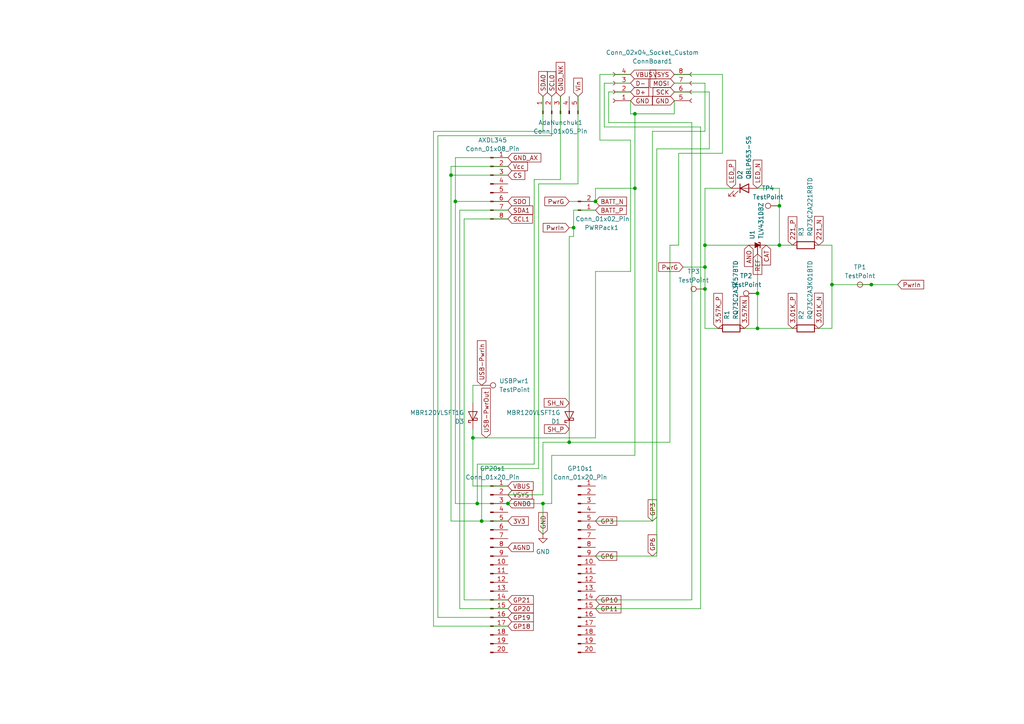
<source format=kicad_sch>
(kicad_sch
	(version 20231120)
	(generator "eeschema")
	(generator_version "8.0")
	(uuid "468495fe-a2e1-4aa3-9b78-ac4180432c03")
	(paper "A4")
	(lib_symbols
		(symbol "Connector:Conn_01x02_Pin"
			(pin_names
				(offset 1.016) hide)
			(exclude_from_sim no)
			(in_bom yes)
			(on_board yes)
			(property "Reference" "J"
				(at 0 2.54 0)
				(effects
					(font
						(size 1.27 1.27)
					)
				)
			)
			(property "Value" "Conn_01x02_Pin"
				(at 0 -5.08 0)
				(effects
					(font
						(size 1.27 1.27)
					)
				)
			)
			(property "Footprint" ""
				(at 0 0 0)
				(effects
					(font
						(size 1.27 1.27)
					)
					(hide yes)
				)
			)
			(property "Datasheet" "~"
				(at 0 0 0)
				(effects
					(font
						(size 1.27 1.27)
					)
					(hide yes)
				)
			)
			(property "Description" "Generic connector, single row, 01x02, script generated"
				(at 0 0 0)
				(effects
					(font
						(size 1.27 1.27)
					)
					(hide yes)
				)
			)
			(property "ki_locked" ""
				(at 0 0 0)
				(effects
					(font
						(size 1.27 1.27)
					)
				)
			)
			(property "ki_keywords" "connector"
				(at 0 0 0)
				(effects
					(font
						(size 1.27 1.27)
					)
					(hide yes)
				)
			)
			(property "ki_fp_filters" "Connector*:*_1x??_*"
				(at 0 0 0)
				(effects
					(font
						(size 1.27 1.27)
					)
					(hide yes)
				)
			)
			(symbol "Conn_01x02_Pin_1_1"
				(polyline
					(pts
						(xy 1.27 -2.54) (xy 0.8636 -2.54)
					)
					(stroke
						(width 0.1524)
						(type default)
					)
					(fill
						(type none)
					)
				)
				(polyline
					(pts
						(xy 1.27 0) (xy 0.8636 0)
					)
					(stroke
						(width 0.1524)
						(type default)
					)
					(fill
						(type none)
					)
				)
				(rectangle
					(start 0.8636 -2.413)
					(end 0 -2.667)
					(stroke
						(width 0.1524)
						(type default)
					)
					(fill
						(type outline)
					)
				)
				(rectangle
					(start 0.8636 0.127)
					(end 0 -0.127)
					(stroke
						(width 0.1524)
						(type default)
					)
					(fill
						(type outline)
					)
				)
				(pin passive line
					(at 5.08 0 180)
					(length 3.81)
					(name "Pin_1"
						(effects
							(font
								(size 1.27 1.27)
							)
						)
					)
					(number "1"
						(effects
							(font
								(size 1.27 1.27)
							)
						)
					)
				)
				(pin passive line
					(at 5.08 -2.54 180)
					(length 3.81)
					(name "Pin_2"
						(effects
							(font
								(size 1.27 1.27)
							)
						)
					)
					(number "2"
						(effects
							(font
								(size 1.27 1.27)
							)
						)
					)
				)
			)
		)
		(symbol "Connector:Conn_01x05_Pin"
			(pin_names
				(offset 1.016) hide)
			(exclude_from_sim no)
			(in_bom yes)
			(on_board yes)
			(property "Reference" "J"
				(at 0 7.62 0)
				(effects
					(font
						(size 1.27 1.27)
					)
				)
			)
			(property "Value" "Conn_01x05_Pin"
				(at 0 -7.62 0)
				(effects
					(font
						(size 1.27 1.27)
					)
				)
			)
			(property "Footprint" ""
				(at 0 0 0)
				(effects
					(font
						(size 1.27 1.27)
					)
					(hide yes)
				)
			)
			(property "Datasheet" "~"
				(at 0 0 0)
				(effects
					(font
						(size 1.27 1.27)
					)
					(hide yes)
				)
			)
			(property "Description" "Generic connector, single row, 01x05, script generated"
				(at 0 0 0)
				(effects
					(font
						(size 1.27 1.27)
					)
					(hide yes)
				)
			)
			(property "ki_locked" ""
				(at 0 0 0)
				(effects
					(font
						(size 1.27 1.27)
					)
				)
			)
			(property "ki_keywords" "connector"
				(at 0 0 0)
				(effects
					(font
						(size 1.27 1.27)
					)
					(hide yes)
				)
			)
			(property "ki_fp_filters" "Connector*:*_1x??_*"
				(at 0 0 0)
				(effects
					(font
						(size 1.27 1.27)
					)
					(hide yes)
				)
			)
			(symbol "Conn_01x05_Pin_1_1"
				(polyline
					(pts
						(xy 1.27 -5.08) (xy 0.8636 -5.08)
					)
					(stroke
						(width 0.1524)
						(type default)
					)
					(fill
						(type none)
					)
				)
				(polyline
					(pts
						(xy 1.27 -2.54) (xy 0.8636 -2.54)
					)
					(stroke
						(width 0.1524)
						(type default)
					)
					(fill
						(type none)
					)
				)
				(polyline
					(pts
						(xy 1.27 0) (xy 0.8636 0)
					)
					(stroke
						(width 0.1524)
						(type default)
					)
					(fill
						(type none)
					)
				)
				(polyline
					(pts
						(xy 1.27 2.54) (xy 0.8636 2.54)
					)
					(stroke
						(width 0.1524)
						(type default)
					)
					(fill
						(type none)
					)
				)
				(polyline
					(pts
						(xy 1.27 5.08) (xy 0.8636 5.08)
					)
					(stroke
						(width 0.1524)
						(type default)
					)
					(fill
						(type none)
					)
				)
				(rectangle
					(start 0.8636 -4.953)
					(end 0 -5.207)
					(stroke
						(width 0.1524)
						(type default)
					)
					(fill
						(type outline)
					)
				)
				(rectangle
					(start 0.8636 -2.413)
					(end 0 -2.667)
					(stroke
						(width 0.1524)
						(type default)
					)
					(fill
						(type outline)
					)
				)
				(rectangle
					(start 0.8636 0.127)
					(end 0 -0.127)
					(stroke
						(width 0.1524)
						(type default)
					)
					(fill
						(type outline)
					)
				)
				(rectangle
					(start 0.8636 2.667)
					(end 0 2.413)
					(stroke
						(width 0.1524)
						(type default)
					)
					(fill
						(type outline)
					)
				)
				(rectangle
					(start 0.8636 5.207)
					(end 0 4.953)
					(stroke
						(width 0.1524)
						(type default)
					)
					(fill
						(type outline)
					)
				)
				(pin passive line
					(at 5.08 5.08 180)
					(length 3.81)
					(name "Pin_1"
						(effects
							(font
								(size 1.27 1.27)
							)
						)
					)
					(number "1"
						(effects
							(font
								(size 1.27 1.27)
							)
						)
					)
				)
				(pin passive line
					(at 5.08 2.54 180)
					(length 3.81)
					(name "Pin_2"
						(effects
							(font
								(size 1.27 1.27)
							)
						)
					)
					(number "2"
						(effects
							(font
								(size 1.27 1.27)
							)
						)
					)
				)
				(pin passive line
					(at 5.08 0 180)
					(length 3.81)
					(name "Pin_3"
						(effects
							(font
								(size 1.27 1.27)
							)
						)
					)
					(number "3"
						(effects
							(font
								(size 1.27 1.27)
							)
						)
					)
				)
				(pin passive line
					(at 5.08 -2.54 180)
					(length 3.81)
					(name "Pin_4"
						(effects
							(font
								(size 1.27 1.27)
							)
						)
					)
					(number "4"
						(effects
							(font
								(size 1.27 1.27)
							)
						)
					)
				)
				(pin passive line
					(at 5.08 -5.08 180)
					(length 3.81)
					(name "Pin_5"
						(effects
							(font
								(size 1.27 1.27)
							)
						)
					)
					(number "5"
						(effects
							(font
								(size 1.27 1.27)
							)
						)
					)
				)
			)
		)
		(symbol "Connector:Conn_01x08_Pin"
			(pin_names
				(offset 1.016) hide)
			(exclude_from_sim no)
			(in_bom yes)
			(on_board yes)
			(property "Reference" "J"
				(at 0 10.16 0)
				(effects
					(font
						(size 1.27 1.27)
					)
				)
			)
			(property "Value" "Conn_01x08_Pin"
				(at 0 -12.7 0)
				(effects
					(font
						(size 1.27 1.27)
					)
				)
			)
			(property "Footprint" ""
				(at 0 0 0)
				(effects
					(font
						(size 1.27 1.27)
					)
					(hide yes)
				)
			)
			(property "Datasheet" "~"
				(at 0 0 0)
				(effects
					(font
						(size 1.27 1.27)
					)
					(hide yes)
				)
			)
			(property "Description" "Generic connector, single row, 01x08, script generated"
				(at 0 0 0)
				(effects
					(font
						(size 1.27 1.27)
					)
					(hide yes)
				)
			)
			(property "ki_locked" ""
				(at 0 0 0)
				(effects
					(font
						(size 1.27 1.27)
					)
				)
			)
			(property "ki_keywords" "connector"
				(at 0 0 0)
				(effects
					(font
						(size 1.27 1.27)
					)
					(hide yes)
				)
			)
			(property "ki_fp_filters" "Connector*:*_1x??_*"
				(at 0 0 0)
				(effects
					(font
						(size 1.27 1.27)
					)
					(hide yes)
				)
			)
			(symbol "Conn_01x08_Pin_1_1"
				(polyline
					(pts
						(xy 1.27 -10.16) (xy 0.8636 -10.16)
					)
					(stroke
						(width 0.1524)
						(type default)
					)
					(fill
						(type none)
					)
				)
				(polyline
					(pts
						(xy 1.27 -7.62) (xy 0.8636 -7.62)
					)
					(stroke
						(width 0.1524)
						(type default)
					)
					(fill
						(type none)
					)
				)
				(polyline
					(pts
						(xy 1.27 -5.08) (xy 0.8636 -5.08)
					)
					(stroke
						(width 0.1524)
						(type default)
					)
					(fill
						(type none)
					)
				)
				(polyline
					(pts
						(xy 1.27 -2.54) (xy 0.8636 -2.54)
					)
					(stroke
						(width 0.1524)
						(type default)
					)
					(fill
						(type none)
					)
				)
				(polyline
					(pts
						(xy 1.27 0) (xy 0.8636 0)
					)
					(stroke
						(width 0.1524)
						(type default)
					)
					(fill
						(type none)
					)
				)
				(polyline
					(pts
						(xy 1.27 2.54) (xy 0.8636 2.54)
					)
					(stroke
						(width 0.1524)
						(type default)
					)
					(fill
						(type none)
					)
				)
				(polyline
					(pts
						(xy 1.27 5.08) (xy 0.8636 5.08)
					)
					(stroke
						(width 0.1524)
						(type default)
					)
					(fill
						(type none)
					)
				)
				(polyline
					(pts
						(xy 1.27 7.62) (xy 0.8636 7.62)
					)
					(stroke
						(width 0.1524)
						(type default)
					)
					(fill
						(type none)
					)
				)
				(rectangle
					(start 0.8636 -10.033)
					(end 0 -10.287)
					(stroke
						(width 0.1524)
						(type default)
					)
					(fill
						(type outline)
					)
				)
				(rectangle
					(start 0.8636 -7.493)
					(end 0 -7.747)
					(stroke
						(width 0.1524)
						(type default)
					)
					(fill
						(type outline)
					)
				)
				(rectangle
					(start 0.8636 -4.953)
					(end 0 -5.207)
					(stroke
						(width 0.1524)
						(type default)
					)
					(fill
						(type outline)
					)
				)
				(rectangle
					(start 0.8636 -2.413)
					(end 0 -2.667)
					(stroke
						(width 0.1524)
						(type default)
					)
					(fill
						(type outline)
					)
				)
				(rectangle
					(start 0.8636 0.127)
					(end 0 -0.127)
					(stroke
						(width 0.1524)
						(type default)
					)
					(fill
						(type outline)
					)
				)
				(rectangle
					(start 0.8636 2.667)
					(end 0 2.413)
					(stroke
						(width 0.1524)
						(type default)
					)
					(fill
						(type outline)
					)
				)
				(rectangle
					(start 0.8636 5.207)
					(end 0 4.953)
					(stroke
						(width 0.1524)
						(type default)
					)
					(fill
						(type outline)
					)
				)
				(rectangle
					(start 0.8636 7.747)
					(end 0 7.493)
					(stroke
						(width 0.1524)
						(type default)
					)
					(fill
						(type outline)
					)
				)
				(pin passive line
					(at 5.08 7.62 180)
					(length 3.81)
					(name "Pin_1"
						(effects
							(font
								(size 1.27 1.27)
							)
						)
					)
					(number "1"
						(effects
							(font
								(size 1.27 1.27)
							)
						)
					)
				)
				(pin passive line
					(at 5.08 5.08 180)
					(length 3.81)
					(name "Pin_2"
						(effects
							(font
								(size 1.27 1.27)
							)
						)
					)
					(number "2"
						(effects
							(font
								(size 1.27 1.27)
							)
						)
					)
				)
				(pin passive line
					(at 5.08 2.54 180)
					(length 3.81)
					(name "Pin_3"
						(effects
							(font
								(size 1.27 1.27)
							)
						)
					)
					(number "3"
						(effects
							(font
								(size 1.27 1.27)
							)
						)
					)
				)
				(pin passive line
					(at 5.08 0 180)
					(length 3.81)
					(name "Pin_4"
						(effects
							(font
								(size 1.27 1.27)
							)
						)
					)
					(number "4"
						(effects
							(font
								(size 1.27 1.27)
							)
						)
					)
				)
				(pin passive line
					(at 5.08 -2.54 180)
					(length 3.81)
					(name "Pin_5"
						(effects
							(font
								(size 1.27 1.27)
							)
						)
					)
					(number "5"
						(effects
							(font
								(size 1.27 1.27)
							)
						)
					)
				)
				(pin passive line
					(at 5.08 -5.08 180)
					(length 3.81)
					(name "Pin_6"
						(effects
							(font
								(size 1.27 1.27)
							)
						)
					)
					(number "6"
						(effects
							(font
								(size 1.27 1.27)
							)
						)
					)
				)
				(pin passive line
					(at 5.08 -7.62 180)
					(length 3.81)
					(name "Pin_7"
						(effects
							(font
								(size 1.27 1.27)
							)
						)
					)
					(number "7"
						(effects
							(font
								(size 1.27 1.27)
							)
						)
					)
				)
				(pin passive line
					(at 5.08 -10.16 180)
					(length 3.81)
					(name "Pin_8"
						(effects
							(font
								(size 1.27 1.27)
							)
						)
					)
					(number "8"
						(effects
							(font
								(size 1.27 1.27)
							)
						)
					)
				)
			)
		)
		(symbol "Connector:Conn_01x20_Pin"
			(pin_names
				(offset 1.016) hide)
			(exclude_from_sim no)
			(in_bom yes)
			(on_board yes)
			(property "Reference" "J"
				(at 0 25.4 0)
				(effects
					(font
						(size 1.27 1.27)
					)
				)
			)
			(property "Value" "Conn_01x20_Pin"
				(at 0 -27.94 0)
				(effects
					(font
						(size 1.27 1.27)
					)
				)
			)
			(property "Footprint" ""
				(at 0 0 0)
				(effects
					(font
						(size 1.27 1.27)
					)
					(hide yes)
				)
			)
			(property "Datasheet" "~"
				(at 0 0 0)
				(effects
					(font
						(size 1.27 1.27)
					)
					(hide yes)
				)
			)
			(property "Description" "Generic connector, single row, 01x20, script generated"
				(at 0 0 0)
				(effects
					(font
						(size 1.27 1.27)
					)
					(hide yes)
				)
			)
			(property "ki_locked" ""
				(at 0 0 0)
				(effects
					(font
						(size 1.27 1.27)
					)
				)
			)
			(property "ki_keywords" "connector"
				(at 0 0 0)
				(effects
					(font
						(size 1.27 1.27)
					)
					(hide yes)
				)
			)
			(property "ki_fp_filters" "Connector*:*_1x??_*"
				(at 0 0 0)
				(effects
					(font
						(size 1.27 1.27)
					)
					(hide yes)
				)
			)
			(symbol "Conn_01x20_Pin_1_1"
				(polyline
					(pts
						(xy 1.27 -25.4) (xy 0.8636 -25.4)
					)
					(stroke
						(width 0.1524)
						(type default)
					)
					(fill
						(type none)
					)
				)
				(polyline
					(pts
						(xy 1.27 -22.86) (xy 0.8636 -22.86)
					)
					(stroke
						(width 0.1524)
						(type default)
					)
					(fill
						(type none)
					)
				)
				(polyline
					(pts
						(xy 1.27 -20.32) (xy 0.8636 -20.32)
					)
					(stroke
						(width 0.1524)
						(type default)
					)
					(fill
						(type none)
					)
				)
				(polyline
					(pts
						(xy 1.27 -17.78) (xy 0.8636 -17.78)
					)
					(stroke
						(width 0.1524)
						(type default)
					)
					(fill
						(type none)
					)
				)
				(polyline
					(pts
						(xy 1.27 -15.24) (xy 0.8636 -15.24)
					)
					(stroke
						(width 0.1524)
						(type default)
					)
					(fill
						(type none)
					)
				)
				(polyline
					(pts
						(xy 1.27 -12.7) (xy 0.8636 -12.7)
					)
					(stroke
						(width 0.1524)
						(type default)
					)
					(fill
						(type none)
					)
				)
				(polyline
					(pts
						(xy 1.27 -10.16) (xy 0.8636 -10.16)
					)
					(stroke
						(width 0.1524)
						(type default)
					)
					(fill
						(type none)
					)
				)
				(polyline
					(pts
						(xy 1.27 -7.62) (xy 0.8636 -7.62)
					)
					(stroke
						(width 0.1524)
						(type default)
					)
					(fill
						(type none)
					)
				)
				(polyline
					(pts
						(xy 1.27 -5.08) (xy 0.8636 -5.08)
					)
					(stroke
						(width 0.1524)
						(type default)
					)
					(fill
						(type none)
					)
				)
				(polyline
					(pts
						(xy 1.27 -2.54) (xy 0.8636 -2.54)
					)
					(stroke
						(width 0.1524)
						(type default)
					)
					(fill
						(type none)
					)
				)
				(polyline
					(pts
						(xy 1.27 0) (xy 0.8636 0)
					)
					(stroke
						(width 0.1524)
						(type default)
					)
					(fill
						(type none)
					)
				)
				(polyline
					(pts
						(xy 1.27 2.54) (xy 0.8636 2.54)
					)
					(stroke
						(width 0.1524)
						(type default)
					)
					(fill
						(type none)
					)
				)
				(polyline
					(pts
						(xy 1.27 5.08) (xy 0.8636 5.08)
					)
					(stroke
						(width 0.1524)
						(type default)
					)
					(fill
						(type none)
					)
				)
				(polyline
					(pts
						(xy 1.27 7.62) (xy 0.8636 7.62)
					)
					(stroke
						(width 0.1524)
						(type default)
					)
					(fill
						(type none)
					)
				)
				(polyline
					(pts
						(xy 1.27 10.16) (xy 0.8636 10.16)
					)
					(stroke
						(width 0.1524)
						(type default)
					)
					(fill
						(type none)
					)
				)
				(polyline
					(pts
						(xy 1.27 12.7) (xy 0.8636 12.7)
					)
					(stroke
						(width 0.1524)
						(type default)
					)
					(fill
						(type none)
					)
				)
				(polyline
					(pts
						(xy 1.27 15.24) (xy 0.8636 15.24)
					)
					(stroke
						(width 0.1524)
						(type default)
					)
					(fill
						(type none)
					)
				)
				(polyline
					(pts
						(xy 1.27 17.78) (xy 0.8636 17.78)
					)
					(stroke
						(width 0.1524)
						(type default)
					)
					(fill
						(type none)
					)
				)
				(polyline
					(pts
						(xy 1.27 20.32) (xy 0.8636 20.32)
					)
					(stroke
						(width 0.1524)
						(type default)
					)
					(fill
						(type none)
					)
				)
				(polyline
					(pts
						(xy 1.27 22.86) (xy 0.8636 22.86)
					)
					(stroke
						(width 0.1524)
						(type default)
					)
					(fill
						(type none)
					)
				)
				(rectangle
					(start 0.8636 -25.273)
					(end 0 -25.527)
					(stroke
						(width 0.1524)
						(type default)
					)
					(fill
						(type outline)
					)
				)
				(rectangle
					(start 0.8636 -22.733)
					(end 0 -22.987)
					(stroke
						(width 0.1524)
						(type default)
					)
					(fill
						(type outline)
					)
				)
				(rectangle
					(start 0.8636 -20.193)
					(end 0 -20.447)
					(stroke
						(width 0.1524)
						(type default)
					)
					(fill
						(type outline)
					)
				)
				(rectangle
					(start 0.8636 -17.653)
					(end 0 -17.907)
					(stroke
						(width 0.1524)
						(type default)
					)
					(fill
						(type outline)
					)
				)
				(rectangle
					(start 0.8636 -15.113)
					(end 0 -15.367)
					(stroke
						(width 0.1524)
						(type default)
					)
					(fill
						(type outline)
					)
				)
				(rectangle
					(start 0.8636 -12.573)
					(end 0 -12.827)
					(stroke
						(width 0.1524)
						(type default)
					)
					(fill
						(type outline)
					)
				)
				(rectangle
					(start 0.8636 -10.033)
					(end 0 -10.287)
					(stroke
						(width 0.1524)
						(type default)
					)
					(fill
						(type outline)
					)
				)
				(rectangle
					(start 0.8636 -7.493)
					(end 0 -7.747)
					(stroke
						(width 0.1524)
						(type default)
					)
					(fill
						(type outline)
					)
				)
				(rectangle
					(start 0.8636 -4.953)
					(end 0 -5.207)
					(stroke
						(width 0.1524)
						(type default)
					)
					(fill
						(type outline)
					)
				)
				(rectangle
					(start 0.8636 -2.413)
					(end 0 -2.667)
					(stroke
						(width 0.1524)
						(type default)
					)
					(fill
						(type outline)
					)
				)
				(rectangle
					(start 0.8636 0.127)
					(end 0 -0.127)
					(stroke
						(width 0.1524)
						(type default)
					)
					(fill
						(type outline)
					)
				)
				(rectangle
					(start 0.8636 2.667)
					(end 0 2.413)
					(stroke
						(width 0.1524)
						(type default)
					)
					(fill
						(type outline)
					)
				)
				(rectangle
					(start 0.8636 5.207)
					(end 0 4.953)
					(stroke
						(width 0.1524)
						(type default)
					)
					(fill
						(type outline)
					)
				)
				(rectangle
					(start 0.8636 7.747)
					(end 0 7.493)
					(stroke
						(width 0.1524)
						(type default)
					)
					(fill
						(type outline)
					)
				)
				(rectangle
					(start 0.8636 10.287)
					(end 0 10.033)
					(stroke
						(width 0.1524)
						(type default)
					)
					(fill
						(type outline)
					)
				)
				(rectangle
					(start 0.8636 12.827)
					(end 0 12.573)
					(stroke
						(width 0.1524)
						(type default)
					)
					(fill
						(type outline)
					)
				)
				(rectangle
					(start 0.8636 15.367)
					(end 0 15.113)
					(stroke
						(width 0.1524)
						(type default)
					)
					(fill
						(type outline)
					)
				)
				(rectangle
					(start 0.8636 17.907)
					(end 0 17.653)
					(stroke
						(width 0.1524)
						(type default)
					)
					(fill
						(type outline)
					)
				)
				(rectangle
					(start 0.8636 20.447)
					(end 0 20.193)
					(stroke
						(width 0.1524)
						(type default)
					)
					(fill
						(type outline)
					)
				)
				(rectangle
					(start 0.8636 22.987)
					(end 0 22.733)
					(stroke
						(width 0.1524)
						(type default)
					)
					(fill
						(type outline)
					)
				)
				(pin passive line
					(at 5.08 22.86 180)
					(length 3.81)
					(name "Pin_1"
						(effects
							(font
								(size 1.27 1.27)
							)
						)
					)
					(number "1"
						(effects
							(font
								(size 1.27 1.27)
							)
						)
					)
				)
				(pin passive line
					(at 5.08 0 180)
					(length 3.81)
					(name "Pin_10"
						(effects
							(font
								(size 1.27 1.27)
							)
						)
					)
					(number "10"
						(effects
							(font
								(size 1.27 1.27)
							)
						)
					)
				)
				(pin passive line
					(at 5.08 -2.54 180)
					(length 3.81)
					(name "Pin_11"
						(effects
							(font
								(size 1.27 1.27)
							)
						)
					)
					(number "11"
						(effects
							(font
								(size 1.27 1.27)
							)
						)
					)
				)
				(pin passive line
					(at 5.08 -5.08 180)
					(length 3.81)
					(name "Pin_12"
						(effects
							(font
								(size 1.27 1.27)
							)
						)
					)
					(number "12"
						(effects
							(font
								(size 1.27 1.27)
							)
						)
					)
				)
				(pin passive line
					(at 5.08 -7.62 180)
					(length 3.81)
					(name "Pin_13"
						(effects
							(font
								(size 1.27 1.27)
							)
						)
					)
					(number "13"
						(effects
							(font
								(size 1.27 1.27)
							)
						)
					)
				)
				(pin passive line
					(at 5.08 -10.16 180)
					(length 3.81)
					(name "Pin_14"
						(effects
							(font
								(size 1.27 1.27)
							)
						)
					)
					(number "14"
						(effects
							(font
								(size 1.27 1.27)
							)
						)
					)
				)
				(pin passive line
					(at 5.08 -12.7 180)
					(length 3.81)
					(name "Pin_15"
						(effects
							(font
								(size 1.27 1.27)
							)
						)
					)
					(number "15"
						(effects
							(font
								(size 1.27 1.27)
							)
						)
					)
				)
				(pin passive line
					(at 5.08 -15.24 180)
					(length 3.81)
					(name "Pin_16"
						(effects
							(font
								(size 1.27 1.27)
							)
						)
					)
					(number "16"
						(effects
							(font
								(size 1.27 1.27)
							)
						)
					)
				)
				(pin passive line
					(at 5.08 -17.78 180)
					(length 3.81)
					(name "Pin_17"
						(effects
							(font
								(size 1.27 1.27)
							)
						)
					)
					(number "17"
						(effects
							(font
								(size 1.27 1.27)
							)
						)
					)
				)
				(pin passive line
					(at 5.08 -20.32 180)
					(length 3.81)
					(name "Pin_18"
						(effects
							(font
								(size 1.27 1.27)
							)
						)
					)
					(number "18"
						(effects
							(font
								(size 1.27 1.27)
							)
						)
					)
				)
				(pin passive line
					(at 5.08 -22.86 180)
					(length 3.81)
					(name "Pin_19"
						(effects
							(font
								(size 1.27 1.27)
							)
						)
					)
					(number "19"
						(effects
							(font
								(size 1.27 1.27)
							)
						)
					)
				)
				(pin passive line
					(at 5.08 20.32 180)
					(length 3.81)
					(name "Pin_2"
						(effects
							(font
								(size 1.27 1.27)
							)
						)
					)
					(number "2"
						(effects
							(font
								(size 1.27 1.27)
							)
						)
					)
				)
				(pin passive line
					(at 5.08 -25.4 180)
					(length 3.81)
					(name "Pin_20"
						(effects
							(font
								(size 1.27 1.27)
							)
						)
					)
					(number "20"
						(effects
							(font
								(size 1.27 1.27)
							)
						)
					)
				)
				(pin passive line
					(at 5.08 17.78 180)
					(length 3.81)
					(name "Pin_3"
						(effects
							(font
								(size 1.27 1.27)
							)
						)
					)
					(number "3"
						(effects
							(font
								(size 1.27 1.27)
							)
						)
					)
				)
				(pin passive line
					(at 5.08 15.24 180)
					(length 3.81)
					(name "Pin_4"
						(effects
							(font
								(size 1.27 1.27)
							)
						)
					)
					(number "4"
						(effects
							(font
								(size 1.27 1.27)
							)
						)
					)
				)
				(pin passive line
					(at 5.08 12.7 180)
					(length 3.81)
					(name "Pin_5"
						(effects
							(font
								(size 1.27 1.27)
							)
						)
					)
					(number "5"
						(effects
							(font
								(size 1.27 1.27)
							)
						)
					)
				)
				(pin passive line
					(at 5.08 10.16 180)
					(length 3.81)
					(name "Pin_6"
						(effects
							(font
								(size 1.27 1.27)
							)
						)
					)
					(number "6"
						(effects
							(font
								(size 1.27 1.27)
							)
						)
					)
				)
				(pin passive line
					(at 5.08 7.62 180)
					(length 3.81)
					(name "Pin_7"
						(effects
							(font
								(size 1.27 1.27)
							)
						)
					)
					(number "7"
						(effects
							(font
								(size 1.27 1.27)
							)
						)
					)
				)
				(pin passive line
					(at 5.08 5.08 180)
					(length 3.81)
					(name "Pin_8"
						(effects
							(font
								(size 1.27 1.27)
							)
						)
					)
					(number "8"
						(effects
							(font
								(size 1.27 1.27)
							)
						)
					)
				)
				(pin passive line
					(at 5.08 2.54 180)
					(length 3.81)
					(name "Pin_9"
						(effects
							(font
								(size 1.27 1.27)
							)
						)
					)
					(number "9"
						(effects
							(font
								(size 1.27 1.27)
							)
						)
					)
				)
			)
		)
		(symbol "Connector:TestPoint"
			(pin_numbers hide)
			(pin_names
				(offset 0.762) hide)
			(exclude_from_sim no)
			(in_bom yes)
			(on_board yes)
			(property "Reference" "TP"
				(at 0 6.858 0)
				(effects
					(font
						(size 1.27 1.27)
					)
				)
			)
			(property "Value" "TestPoint"
				(at 0 5.08 0)
				(effects
					(font
						(size 1.27 1.27)
					)
				)
			)
			(property "Footprint" ""
				(at 5.08 0 0)
				(effects
					(font
						(size 1.27 1.27)
					)
					(hide yes)
				)
			)
			(property "Datasheet" "~"
				(at 5.08 0 0)
				(effects
					(font
						(size 1.27 1.27)
					)
					(hide yes)
				)
			)
			(property "Description" "test point"
				(at 0 0 0)
				(effects
					(font
						(size 1.27 1.27)
					)
					(hide yes)
				)
			)
			(property "ki_keywords" "test point tp"
				(at 0 0 0)
				(effects
					(font
						(size 1.27 1.27)
					)
					(hide yes)
				)
			)
			(property "ki_fp_filters" "Pin* Test*"
				(at 0 0 0)
				(effects
					(font
						(size 1.27 1.27)
					)
					(hide yes)
				)
			)
			(symbol "TestPoint_0_1"
				(circle
					(center 0 3.302)
					(radius 0.762)
					(stroke
						(width 0)
						(type default)
					)
					(fill
						(type none)
					)
				)
			)
			(symbol "TestPoint_1_1"
				(pin passive line
					(at 0 0 90)
					(length 2.54)
					(name "1"
						(effects
							(font
								(size 1.27 1.27)
							)
						)
					)
					(number "1"
						(effects
							(font
								(size 1.27 1.27)
							)
						)
					)
				)
			)
		)
		(symbol "CustomSymbols:Conn_02x04_Socket_Custom"
			(pin_names
				(offset 1.016) hide)
			(exclude_from_sim no)
			(in_bom yes)
			(on_board yes)
			(property "Reference" "J"
				(at 0 5.08 0)
				(effects
					(font
						(size 1.27 1.27)
					)
				)
			)
			(property "Value" "Conn_02x04_Socket_Custom"
				(at 0 -7.62 0)
				(effects
					(font
						(size 1.27 1.27)
					)
				)
			)
			(property "Footprint" ""
				(at -11.43 0 0)
				(effects
					(font
						(size 1.27 1.27)
					)
					(hide yes)
				)
			)
			(property "Datasheet" "~"
				(at -11.43 0 0)
				(effects
					(font
						(size 1.27 1.27)
					)
					(hide yes)
				)
			)
			(property "Description" "Generic connector, single row, 01x04, script generated"
				(at 0 0 0)
				(effects
					(font
						(size 1.27 1.27)
					)
					(hide yes)
				)
			)
			(property "ki_locked" ""
				(at 0 0 0)
				(effects
					(font
						(size 1.27 1.27)
					)
				)
			)
			(property "ki_keywords" "connector"
				(at 0 0 0)
				(effects
					(font
						(size 1.27 1.27)
					)
					(hide yes)
				)
			)
			(property "ki_fp_filters" "Connector*:*_1x??_*"
				(at 0 0 0)
				(effects
					(font
						(size 1.27 1.27)
					)
					(hide yes)
				)
			)
			(symbol "Conn_02x04_Socket_Custom_1_1"
				(arc
					(start -11.43 -5.588)
					(mid -10.924 -5.08)
					(end -11.43 -4.572)
					(stroke
						(width 0.1524)
						(type default)
					)
					(fill
						(type none)
					)
				)
				(arc
					(start -11.43 -3.048)
					(mid -10.924 -2.54)
					(end -11.43 -2.032)
					(stroke
						(width 0.1524)
						(type default)
					)
					(fill
						(type none)
					)
				)
				(arc
					(start -11.43 -0.508)
					(mid -10.924 0)
					(end -11.43 0.508)
					(stroke
						(width 0.1524)
						(type default)
					)
					(fill
						(type none)
					)
				)
				(arc
					(start -11.43 2.032)
					(mid -10.924 2.54)
					(end -11.43 3.048)
					(stroke
						(width 0.1524)
						(type default)
					)
					(fill
						(type none)
					)
				)
				(polyline
					(pts
						(xy -10.16 -5.08) (xy -10.922 -5.08)
					)
					(stroke
						(width 0.1524)
						(type default)
					)
					(fill
						(type none)
					)
				)
				(polyline
					(pts
						(xy -10.16 -2.54) (xy -10.922 -2.54)
					)
					(stroke
						(width 0.1524)
						(type default)
					)
					(fill
						(type none)
					)
				)
				(polyline
					(pts
						(xy -10.16 0) (xy -10.922 0)
					)
					(stroke
						(width 0.1524)
						(type default)
					)
					(fill
						(type none)
					)
				)
				(polyline
					(pts
						(xy -10.16 2.54) (xy -10.922 2.54)
					)
					(stroke
						(width 0.1524)
						(type default)
					)
					(fill
						(type none)
					)
				)
				(polyline
					(pts
						(xy 10.16 -5.08) (xy 10.922 -5.08)
					)
					(stroke
						(width 0.1524)
						(type default)
					)
					(fill
						(type none)
					)
				)
				(polyline
					(pts
						(xy 10.16 -2.54) (xy 10.922 -2.54)
					)
					(stroke
						(width 0.1524)
						(type default)
					)
					(fill
						(type none)
					)
				)
				(polyline
					(pts
						(xy 10.16 0) (xy 10.922 0)
					)
					(stroke
						(width 0.1524)
						(type default)
					)
					(fill
						(type none)
					)
				)
				(polyline
					(pts
						(xy 10.16 2.54) (xy 10.922 2.54)
					)
					(stroke
						(width 0.1524)
						(type default)
					)
					(fill
						(type none)
					)
				)
				(arc
					(start 11.43 -4.572)
					(mid 10.9242 -5.08)
					(end 11.43 -5.588)
					(stroke
						(width 0.1524)
						(type default)
					)
					(fill
						(type none)
					)
				)
				(arc
					(start 11.43 -2.032)
					(mid 10.9242 -2.54)
					(end 11.43 -3.048)
					(stroke
						(width 0.1524)
						(type default)
					)
					(fill
						(type none)
					)
				)
				(arc
					(start 11.43 0.508)
					(mid 10.9242 0)
					(end 11.43 -0.508)
					(stroke
						(width 0.1524)
						(type default)
					)
					(fill
						(type none)
					)
				)
				(arc
					(start 11.43 3.048)
					(mid 10.9242 2.54)
					(end 11.43 2.032)
					(stroke
						(width 0.1524)
						(type default)
					)
					(fill
						(type none)
					)
				)
				(pin passive line
					(at -6.35 2.54 180)
					(length 3.81)
					(name "Pin_1"
						(effects
							(font
								(size 1.27 1.27)
							)
						)
					)
					(number "1"
						(effects
							(font
								(size 1.27 1.27)
							)
						)
					)
				)
				(pin passive line
					(at -6.35 0 180)
					(length 3.81)
					(name "Pin_2"
						(effects
							(font
								(size 1.27 1.27)
							)
						)
					)
					(number "2"
						(effects
							(font
								(size 1.27 1.27)
							)
						)
					)
				)
				(pin passive line
					(at -6.35 -2.54 180)
					(length 3.81)
					(name "Pin_3"
						(effects
							(font
								(size 1.27 1.27)
							)
						)
					)
					(number "3"
						(effects
							(font
								(size 1.27 1.27)
							)
						)
					)
				)
				(pin passive line
					(at -6.35 -5.08 180)
					(length 3.81)
					(name "Pin_4"
						(effects
							(font
								(size 1.27 1.27)
							)
						)
					)
					(number "4"
						(effects
							(font
								(size 1.27 1.27)
							)
						)
					)
				)
				(pin passive line
					(at 6.35 2.54 0)
					(length 3.81)
					(name "Pin_5"
						(effects
							(font
								(size 1.27 1.27)
							)
						)
					)
					(number "5"
						(effects
							(font
								(size 1.27 1.27)
							)
						)
					)
				)
				(pin passive line
					(at 6.35 0 0)
					(length 3.81)
					(name "Pin_6"
						(effects
							(font
								(size 1.27 1.27)
							)
						)
					)
					(number "6"
						(effects
							(font
								(size 1.27 1.27)
							)
						)
					)
				)
				(pin passive line
					(at 6.35 -2.54 0)
					(length 3.81)
					(name "Pin_7"
						(effects
							(font
								(size 1.27 1.27)
							)
						)
					)
					(number "7"
						(effects
							(font
								(size 1.27 1.27)
							)
						)
					)
				)
				(pin passive line
					(at 6.35 -5.08 0)
					(length 3.81)
					(name "Pin_8"
						(effects
							(font
								(size 1.27 1.27)
							)
						)
					)
					(number "8"
						(effects
							(font
								(size 1.27 1.27)
							)
						)
					)
				)
			)
		)
		(symbol "Device:LED"
			(pin_numbers hide)
			(pin_names
				(offset 1.016) hide)
			(exclude_from_sim no)
			(in_bom yes)
			(on_board yes)
			(property "Reference" "D"
				(at 0 2.54 0)
				(effects
					(font
						(size 1.27 1.27)
					)
				)
			)
			(property "Value" "LED"
				(at 0 -2.54 0)
				(effects
					(font
						(size 1.27 1.27)
					)
				)
			)
			(property "Footprint" ""
				(at 0 0 0)
				(effects
					(font
						(size 1.27 1.27)
					)
					(hide yes)
				)
			)
			(property "Datasheet" "~"
				(at 0 0 0)
				(effects
					(font
						(size 1.27 1.27)
					)
					(hide yes)
				)
			)
			(property "Description" "Light emitting diode"
				(at 0 0 0)
				(effects
					(font
						(size 1.27 1.27)
					)
					(hide yes)
				)
			)
			(property "ki_keywords" "LED diode"
				(at 0 0 0)
				(effects
					(font
						(size 1.27 1.27)
					)
					(hide yes)
				)
			)
			(property "ki_fp_filters" "LED* LED_SMD:* LED_THT:*"
				(at 0 0 0)
				(effects
					(font
						(size 1.27 1.27)
					)
					(hide yes)
				)
			)
			(symbol "LED_0_1"
				(polyline
					(pts
						(xy -1.27 -1.27) (xy -1.27 1.27)
					)
					(stroke
						(width 0.254)
						(type default)
					)
					(fill
						(type none)
					)
				)
				(polyline
					(pts
						(xy -1.27 0) (xy 1.27 0)
					)
					(stroke
						(width 0)
						(type default)
					)
					(fill
						(type none)
					)
				)
				(polyline
					(pts
						(xy 1.27 -1.27) (xy 1.27 1.27) (xy -1.27 0) (xy 1.27 -1.27)
					)
					(stroke
						(width 0.254)
						(type default)
					)
					(fill
						(type none)
					)
				)
				(polyline
					(pts
						(xy -3.048 -0.762) (xy -4.572 -2.286) (xy -3.81 -2.286) (xy -4.572 -2.286) (xy -4.572 -1.524)
					)
					(stroke
						(width 0)
						(type default)
					)
					(fill
						(type none)
					)
				)
				(polyline
					(pts
						(xy -1.778 -0.762) (xy -3.302 -2.286) (xy -2.54 -2.286) (xy -3.302 -2.286) (xy -3.302 -1.524)
					)
					(stroke
						(width 0)
						(type default)
					)
					(fill
						(type none)
					)
				)
			)
			(symbol "LED_1_1"
				(pin passive line
					(at -3.81 0 0)
					(length 2.54)
					(name "K"
						(effects
							(font
								(size 1.27 1.27)
							)
						)
					)
					(number "1"
						(effects
							(font
								(size 1.27 1.27)
							)
						)
					)
				)
				(pin passive line
					(at 3.81 0 180)
					(length 2.54)
					(name "A"
						(effects
							(font
								(size 1.27 1.27)
							)
						)
					)
					(number "2"
						(effects
							(font
								(size 1.27 1.27)
							)
						)
					)
				)
			)
		)
		(symbol "Device:R"
			(pin_numbers hide)
			(pin_names
				(offset 0)
			)
			(exclude_from_sim no)
			(in_bom yes)
			(on_board yes)
			(property "Reference" "R"
				(at 2.032 0 90)
				(effects
					(font
						(size 1.27 1.27)
					)
				)
			)
			(property "Value" "R"
				(at 0 0 90)
				(effects
					(font
						(size 1.27 1.27)
					)
				)
			)
			(property "Footprint" ""
				(at -1.778 0 90)
				(effects
					(font
						(size 1.27 1.27)
					)
					(hide yes)
				)
			)
			(property "Datasheet" "~"
				(at 0 0 0)
				(effects
					(font
						(size 1.27 1.27)
					)
					(hide yes)
				)
			)
			(property "Description" "Resistor"
				(at 0 0 0)
				(effects
					(font
						(size 1.27 1.27)
					)
					(hide yes)
				)
			)
			(property "ki_keywords" "R res resistor"
				(at 0 0 0)
				(effects
					(font
						(size 1.27 1.27)
					)
					(hide yes)
				)
			)
			(property "ki_fp_filters" "R_*"
				(at 0 0 0)
				(effects
					(font
						(size 1.27 1.27)
					)
					(hide yes)
				)
			)
			(symbol "R_0_1"
				(rectangle
					(start -1.016 -2.54)
					(end 1.016 2.54)
					(stroke
						(width 0.254)
						(type default)
					)
					(fill
						(type none)
					)
				)
			)
			(symbol "R_1_1"
				(pin passive line
					(at 0 3.81 270)
					(length 1.27)
					(name "~"
						(effects
							(font
								(size 1.27 1.27)
							)
						)
					)
					(number "1"
						(effects
							(font
								(size 1.27 1.27)
							)
						)
					)
				)
				(pin passive line
					(at 0 -3.81 90)
					(length 1.27)
					(name "~"
						(effects
							(font
								(size 1.27 1.27)
							)
						)
					)
					(number "2"
						(effects
							(font
								(size 1.27 1.27)
							)
						)
					)
				)
			)
		)
		(symbol "Diode:MBR1020VL"
			(pin_numbers hide)
			(pin_names hide)
			(exclude_from_sim no)
			(in_bom yes)
			(on_board yes)
			(property "Reference" "D"
				(at 0 2.54 0)
				(effects
					(font
						(size 1.27 1.27)
					)
				)
			)
			(property "Value" "MBR1020VL"
				(at 0 -2.54 0)
				(effects
					(font
						(size 1.27 1.27)
					)
				)
			)
			(property "Footprint" "Diode_SMD:D_SOD-123F"
				(at 0 -4.445 0)
				(effects
					(font
						(size 1.27 1.27)
					)
					(hide yes)
				)
			)
			(property "Datasheet" "https://www.onsemi.com/pub/Collateral/MBR1020VL-D.PDF"
				(at 0 0 0)
				(effects
					(font
						(size 1.27 1.27)
					)
					(hide yes)
				)
			)
			(property "Description" "20V, 1A, 340 mV, Schottky Diode Rectifier, SOD-123F"
				(at 0 0 0)
				(effects
					(font
						(size 1.27 1.27)
					)
					(hide yes)
				)
			)
			(property "ki_keywords" "forward voltage diode"
				(at 0 0 0)
				(effects
					(font
						(size 1.27 1.27)
					)
					(hide yes)
				)
			)
			(property "ki_fp_filters" "D*SOD?123F*"
				(at 0 0 0)
				(effects
					(font
						(size 1.27 1.27)
					)
					(hide yes)
				)
			)
			(symbol "MBR1020VL_0_1"
				(polyline
					(pts
						(xy 1.27 0) (xy -1.27 0)
					)
					(stroke
						(width 0)
						(type default)
					)
					(fill
						(type none)
					)
				)
				(polyline
					(pts
						(xy 1.27 1.27) (xy 1.27 -1.27) (xy -1.27 0) (xy 1.27 1.27)
					)
					(stroke
						(width 0.2032)
						(type default)
					)
					(fill
						(type none)
					)
				)
				(polyline
					(pts
						(xy -1.905 0.635) (xy -1.905 1.27) (xy -1.27 1.27) (xy -1.27 -1.27) (xy -0.635 -1.27) (xy -0.635 -0.635)
					)
					(stroke
						(width 0.2032)
						(type default)
					)
					(fill
						(type none)
					)
				)
			)
			(symbol "MBR1020VL_1_1"
				(pin passive line
					(at -3.81 0 0)
					(length 2.54)
					(name "K"
						(effects
							(font
								(size 1.27 1.27)
							)
						)
					)
					(number "1"
						(effects
							(font
								(size 1.27 1.27)
							)
						)
					)
				)
				(pin passive line
					(at 3.81 0 180)
					(length 2.54)
					(name "A"
						(effects
							(font
								(size 1.27 1.27)
							)
						)
					)
					(number "2"
						(effects
							(font
								(size 1.27 1.27)
							)
						)
					)
				)
			)
		)
		(symbol "Reference_Voltage:TL432DBZ"
			(pin_numbers hide)
			(pin_names hide)
			(exclude_from_sim no)
			(in_bom yes)
			(on_board yes)
			(property "Reference" "U"
				(at -2.54 2.54 0)
				(effects
					(font
						(size 1.27 1.27)
					)
				)
			)
			(property "Value" "TL432DBZ"
				(at 0 -2.54 0)
				(effects
					(font
						(size 1.27 1.27)
					)
				)
			)
			(property "Footprint" "Package_TO_SOT_SMD:SOT-23"
				(at 0 -4.318 0)
				(effects
					(font
						(size 1.27 1.27)
						(italic yes)
					)
					(hide yes)
				)
			)
			(property "Datasheet" "http://www.ti.com/lit/ds/symlink/tl431.pdf"
				(at 0.762 -6.096 0)
				(effects
					(font
						(size 1.27 1.27)
						(italic yes)
					)
					(hide yes)
				)
			)
			(property "Description" "Shunt Regulator, SOT-23"
				(at 0 -7.874 0)
				(effects
					(font
						(size 1.27 1.27)
					)
					(hide yes)
				)
			)
			(property "ki_keywords" "diode device shunt regulator"
				(at 0 0 0)
				(effects
					(font
						(size 1.27 1.27)
					)
					(hide yes)
				)
			)
			(property "ki_fp_filters" "SOT?23*"
				(at 0 0 0)
				(effects
					(font
						(size 1.27 1.27)
					)
					(hide yes)
				)
			)
			(symbol "TL432DBZ_0_1"
				(polyline
					(pts
						(xy -1.27 0) (xy 0 0) (xy 1.27 0)
					)
					(stroke
						(width 0)
						(type default)
					)
					(fill
						(type none)
					)
				)
				(polyline
					(pts
						(xy -0.762 -0.762) (xy -0.762 0.762) (xy 0.762 0) (xy -0.762 -0.762)
					)
					(stroke
						(width 0)
						(type default)
					)
					(fill
						(type outline)
					)
				)
				(polyline
					(pts
						(xy 0.254 -0.762) (xy 0.762 -0.762) (xy 0.762 0.762) (xy 0.762 0.762)
					)
					(stroke
						(width 0.254)
						(type default)
					)
					(fill
						(type none)
					)
				)
			)
			(symbol "TL432DBZ_1_1"
				(pin passive line
					(at 0 2.54 270)
					(length 2.54)
					(name "REF"
						(effects
							(font
								(size 1.27 1.27)
							)
						)
					)
					(number "1"
						(effects
							(font
								(size 1.27 1.27)
							)
						)
					)
				)
				(pin passive line
					(at 2.54 0 180)
					(length 1.27)
					(name "K"
						(effects
							(font
								(size 1.27 1.27)
							)
						)
					)
					(number "2"
						(effects
							(font
								(size 1.27 1.27)
							)
						)
					)
				)
				(pin passive line
					(at -2.54 0 0)
					(length 1.27)
					(name "A"
						(effects
							(font
								(size 1.27 1.27)
							)
						)
					)
					(number "3"
						(effects
							(font
								(size 1.27 1.27)
							)
						)
					)
				)
			)
		)
		(symbol "power:GND"
			(power)
			(pin_numbers hide)
			(pin_names
				(offset 0) hide)
			(exclude_from_sim no)
			(in_bom yes)
			(on_board yes)
			(property "Reference" "#PWR"
				(at 0 -6.35 0)
				(effects
					(font
						(size 1.27 1.27)
					)
					(hide yes)
				)
			)
			(property "Value" "GND"
				(at 0 -3.81 0)
				(effects
					(font
						(size 1.27 1.27)
					)
				)
			)
			(property "Footprint" ""
				(at 0 0 0)
				(effects
					(font
						(size 1.27 1.27)
					)
					(hide yes)
				)
			)
			(property "Datasheet" ""
				(at 0 0 0)
				(effects
					(font
						(size 1.27 1.27)
					)
					(hide yes)
				)
			)
			(property "Description" "Power symbol creates a global label with name \"GND\" , ground"
				(at 0 0 0)
				(effects
					(font
						(size 1.27 1.27)
					)
					(hide yes)
				)
			)
			(property "ki_keywords" "global power"
				(at 0 0 0)
				(effects
					(font
						(size 1.27 1.27)
					)
					(hide yes)
				)
			)
			(symbol "GND_0_1"
				(polyline
					(pts
						(xy 0 0) (xy 0 -1.27) (xy 1.27 -1.27) (xy 0 -2.54) (xy -1.27 -1.27) (xy 0 -1.27)
					)
					(stroke
						(width 0)
						(type default)
					)
					(fill
						(type none)
					)
				)
			)
			(symbol "GND_1_1"
				(pin power_in line
					(at 0 0 270)
					(length 0)
					(name "~"
						(effects
							(font
								(size 1.27 1.27)
							)
						)
					)
					(number "1"
						(effects
							(font
								(size 1.27 1.27)
							)
						)
					)
				)
			)
		)
	)
	(junction
		(at 204.47 83.82)
		(diameter 0)
		(color 0 0 0 0)
		(uuid "09a18857-535a-40b3-bc76-57ace9c785b7")
	)
	(junction
		(at 137.16 127)
		(diameter 0)
		(color 0 0 0 0)
		(uuid "18a71cca-d879-4515-ab4c-19319efc6cca")
	)
	(junction
		(at 252.73 82.55)
		(diameter 0)
		(color 0 0 0 0)
		(uuid "2b8efeec-9a85-498d-b9b7-973bf9db4e95")
	)
	(junction
		(at 184.15 33.02)
		(diameter 0)
		(color 0 0 0 0)
		(uuid "2ccb7b36-28b8-424e-b132-b0a2ba309f35")
	)
	(junction
		(at 219.71 85.09)
		(diameter 0)
		(color 0 0 0 0)
		(uuid "300277b4-2d3a-4b23-8649-3b180c423f66")
	)
	(junction
		(at 184.15 54.61)
		(diameter 0)
		(color 0 0 0 0)
		(uuid "3238d3ea-1ab0-4ae2-93d4-7e06b2b3a432")
	)
	(junction
		(at 157.48 146.05)
		(diameter 0)
		(color 0 0 0 0)
		(uuid "3383ee6d-b633-4a66-9fa7-59e47ef1c6c6")
	)
	(junction
		(at 166.37 66.04)
		(diameter 0)
		(color 0 0 0 0)
		(uuid "3871d8bf-bba9-406f-89aa-68cadc145653")
	)
	(junction
		(at 226.06 71.12)
		(diameter 0)
		(color 0 0 0 0)
		(uuid "4c32b5b1-e422-4ca0-90fd-5af02f39cd6f")
	)
	(junction
		(at 132.08 58.42)
		(diameter 0)
		(color 0 0 0 0)
		(uuid "5b79dc85-e532-4af9-a416-b0ffb993aec6")
	)
	(junction
		(at 204.47 77.47)
		(diameter 0)
		(color 0 0 0 0)
		(uuid "5d9f8249-875b-4efa-a003-1924c688b823")
	)
	(junction
		(at 138.43 146.05)
		(diameter 0)
		(color 0 0 0 0)
		(uuid "8154fa7f-d0a7-4fd9-a3e7-b41cbfd383f3")
	)
	(junction
		(at 165.1 128.27)
		(diameter 0)
		(color 0 0 0 0)
		(uuid "878cc700-41b0-4278-8301-b18e453453e7")
	)
	(junction
		(at 147.32 146.05)
		(diameter 0)
		(color 0 0 0 0)
		(uuid "8b0abf6d-af00-4dc6-9bbb-155044dc4474")
	)
	(junction
		(at 139.7 151.13)
		(diameter 0)
		(color 0 0 0 0)
		(uuid "a31f0592-5461-4e7a-a5de-fc065e761e53")
	)
	(junction
		(at 226.06 59.69)
		(diameter 0)
		(color 0 0 0 0)
		(uuid "b16dc84e-1e0c-41d8-933e-018cf0a13048")
	)
	(junction
		(at 130.81 50.8)
		(diameter 0)
		(color 0 0 0 0)
		(uuid "d5dfd0ee-8f62-4433-947e-2ef251097982")
	)
	(junction
		(at 241.3 82.55)
		(diameter 0)
		(color 0 0 0 0)
		(uuid "d65a6af7-b8d5-4d2c-9d67-e5dda1e0be43")
	)
	(junction
		(at 219.71 95.25)
		(diameter 0)
		(color 0 0 0 0)
		(uuid "e8856f5e-11c4-4acf-ae8e-4d777704a6ad")
	)
	(junction
		(at 172.72 58.42)
		(diameter 0)
		(color 0 0 0 0)
		(uuid "f0464045-36e1-40f6-a6fe-bf64f61a657b")
	)
	(junction
		(at 204.47 71.12)
		(diameter 0)
		(color 0 0 0 0)
		(uuid "fc4ebe87-e47d-4a9f-93bc-a5ab385e898c")
	)
	(wire
		(pts
			(xy 189.23 38.1) (xy 189.23 151.13)
		)
		(stroke
			(width 0)
			(type default)
		)
		(uuid "024c5468-5b9a-43c5-8ac3-c72877723f42")
	)
	(wire
		(pts
			(xy 154.94 134.62) (xy 138.43 134.62)
		)
		(stroke
			(width 0)
			(type default)
		)
		(uuid "02a51f14-e215-4b13-af30-ed95e366d6bd")
	)
	(wire
		(pts
			(xy 157.48 128.27) (xy 157.48 143.51)
		)
		(stroke
			(width 0)
			(type default)
		)
		(uuid "08c626ea-e5cc-4799-903e-d4c909eaa68e")
	)
	(wire
		(pts
			(xy 134.62 63.5) (xy 134.62 173.99)
		)
		(stroke
			(width 0)
			(type default)
		)
		(uuid "0ef84b1c-1ad2-4de8-a698-28b33fbea53b")
	)
	(wire
		(pts
			(xy 172.72 54.61) (xy 184.15 54.61)
		)
		(stroke
			(width 0)
			(type default)
		)
		(uuid "0f3c589f-f16e-4354-8faf-0a3da1730f58")
	)
	(wire
		(pts
			(xy 156.21 135.89) (xy 139.7 135.89)
		)
		(stroke
			(width 0)
			(type default)
		)
		(uuid "11cde6dc-4045-4951-abc5-1b02ba513e2c")
	)
	(wire
		(pts
			(xy 241.3 95.25) (xy 241.3 82.55)
		)
		(stroke
			(width 0)
			(type default)
		)
		(uuid "120ba9a3-5da9-439d-9dae-445ae1c89581")
	)
	(wire
		(pts
			(xy 133.35 176.53) (xy 147.32 176.53)
		)
		(stroke
			(width 0)
			(type default)
		)
		(uuid "123a5890-584d-4f99-b8a6-f7190b05e587")
	)
	(wire
		(pts
			(xy 160.02 27.94) (xy 160.02 39.37)
		)
		(stroke
			(width 0)
			(type default)
		)
		(uuid "14066239-65b1-4e65-ae64-94d41e844ac4")
	)
	(wire
		(pts
			(xy 130.81 151.13) (xy 130.81 50.8)
		)
		(stroke
			(width 0)
			(type default)
		)
		(uuid "151df2a4-9144-4103-a94b-c71783f46997")
	)
	(wire
		(pts
			(xy 165.1 68.58) (xy 165.1 116.84)
		)
		(stroke
			(width 0)
			(type default)
		)
		(uuid "1818b3c4-1338-4bd8-b72b-e690cb248531")
	)
	(wire
		(pts
			(xy 190.5 161.29) (xy 190.5 43.18)
		)
		(stroke
			(width 0)
			(type default)
		)
		(uuid "19cc53de-1e40-4412-94e7-5f9570029911")
	)
	(wire
		(pts
			(xy 147.32 143.51) (xy 157.48 143.51)
		)
		(stroke
			(width 0)
			(type default)
		)
		(uuid "1c6d5871-c1dd-481f-9153-df0073df172e")
	)
	(wire
		(pts
			(xy 209.55 21.59) (xy 195.58 21.59)
		)
		(stroke
			(width 0)
			(type default)
		)
		(uuid "1cfbe966-00f5-499e-8aff-3f5b4b6111a5")
	)
	(wire
		(pts
			(xy 156.21 53.34) (xy 156.21 135.89)
		)
		(stroke
			(width 0)
			(type default)
		)
		(uuid "1d83d290-048b-4007-b7ec-c84b58bfacaf")
	)
	(wire
		(pts
			(xy 147.32 140.97) (xy 137.16 140.97)
		)
		(stroke
			(width 0)
			(type default)
		)
		(uuid "1f7655d2-fff6-417f-8fbf-9d71a0257482")
	)
	(wire
		(pts
			(xy 172.72 161.29) (xy 190.5 161.29)
		)
		(stroke
			(width 0)
			(type default)
		)
		(uuid "20008eee-a0f8-4da1-97b8-c1efdaa50128")
	)
	(wire
		(pts
			(xy 205.74 26.67) (xy 195.58 26.67)
		)
		(stroke
			(width 0)
			(type default)
		)
		(uuid "213a3c19-5026-4247-bfc3-ce3eb44df0a3")
	)
	(wire
		(pts
			(xy 147.32 63.5) (xy 134.62 63.5)
		)
		(stroke
			(width 0)
			(type default)
		)
		(uuid "231d337b-e454-4891-bf34-4c6fd101cd9e")
	)
	(wire
		(pts
			(xy 157.48 146.05) (xy 160.02 146.05)
		)
		(stroke
			(width 0)
			(type default)
		)
		(uuid "24994718-f763-44e4-8400-53fe0def0531")
	)
	(wire
		(pts
			(xy 134.62 173.99) (xy 147.32 173.99)
		)
		(stroke
			(width 0)
			(type default)
		)
		(uuid "27164906-2962-460b-a120-f5224144aca9")
	)
	(wire
		(pts
			(xy 167.64 53.34) (xy 156.21 53.34)
		)
		(stroke
			(width 0)
			(type default)
		)
		(uuid "2767a7e5-e10f-46d4-a62f-367525828f47")
	)
	(wire
		(pts
			(xy 137.16 127) (xy 137.16 140.97)
		)
		(stroke
			(width 0)
			(type default)
		)
		(uuid "295dc7ea-e850-4498-9dab-d399244922f7")
	)
	(wire
		(pts
			(xy 137.16 111.76) (xy 139.7 111.76)
		)
		(stroke
			(width 0)
			(type default)
		)
		(uuid "2b44dc89-e662-4864-ae85-746e7517ec60")
	)
	(wire
		(pts
			(xy 204.47 24.13) (xy 204.47 38.1)
		)
		(stroke
			(width 0)
			(type default)
		)
		(uuid "2d9d3b43-37a4-4b4e-9859-9addf5b19c9d")
	)
	(wire
		(pts
			(xy 226.06 59.69) (xy 226.06 54.61)
		)
		(stroke
			(width 0)
			(type default)
		)
		(uuid "2eef7127-4eda-4304-9f05-3c07241c94f6")
	)
	(wire
		(pts
			(xy 160.02 132.08) (xy 160.02 146.05)
		)
		(stroke
			(width 0)
			(type default)
		)
		(uuid "306e296c-7760-4948-9f86-68e076a1552a")
	)
	(wire
		(pts
			(xy 157.48 38.1) (xy 125.73 38.1)
		)
		(stroke
			(width 0)
			(type default)
		)
		(uuid "319f2400-d969-4e43-abca-9c8b8284d526")
	)
	(wire
		(pts
			(xy 175.26 24.13) (xy 182.88 24.13)
		)
		(stroke
			(width 0)
			(type default)
		)
		(uuid "3279b310-6a77-41df-b6c4-1d18dbd671c6")
	)
	(wire
		(pts
			(xy 147.32 146.05) (xy 157.48 146.05)
		)
		(stroke
			(width 0)
			(type default)
		)
		(uuid "33bf146b-824b-4d4d-968e-42d3664bfcc4")
	)
	(wire
		(pts
			(xy 125.73 38.1) (xy 125.73 181.61)
		)
		(stroke
			(width 0)
			(type default)
		)
		(uuid "36720022-572f-4219-9379-e4f2462135b2")
	)
	(wire
		(pts
			(xy 166.37 66.04) (xy 166.37 60.96)
		)
		(stroke
			(width 0)
			(type default)
		)
		(uuid "368bc146-9b59-4929-be8d-9cdec3f4c015")
	)
	(wire
		(pts
			(xy 237.49 95.25) (xy 241.3 95.25)
		)
		(stroke
			(width 0)
			(type default)
		)
		(uuid "3783c98b-8a70-40f1-93fb-71d6536b4eca")
	)
	(wire
		(pts
			(xy 165.1 58.42) (xy 172.72 58.42)
		)
		(stroke
			(width 0)
			(type default)
		)
		(uuid "3b0d8ee6-2b9b-4d71-83ea-0d5eb7f18b1a")
	)
	(wire
		(pts
			(xy 132.08 58.42) (xy 132.08 45.72)
		)
		(stroke
			(width 0)
			(type default)
		)
		(uuid "3c1d5feb-9b41-45db-87e8-67bd76c9c6e4")
	)
	(wire
		(pts
			(xy 195.58 24.13) (xy 204.47 24.13)
		)
		(stroke
			(width 0)
			(type default)
		)
		(uuid "3d9abb14-0d8e-482f-8c20-b0e121c666f1")
	)
	(wire
		(pts
			(xy 195.58 29.21) (xy 195.58 33.02)
		)
		(stroke
			(width 0)
			(type default)
		)
		(uuid "4017bf73-1e84-4ff2-8cbe-19a988deaddc")
	)
	(wire
		(pts
			(xy 130.81 50.8) (xy 130.81 48.26)
		)
		(stroke
			(width 0)
			(type default)
		)
		(uuid "40f634a3-b7d8-490e-a2bf-e0c1752aaf0e")
	)
	(wire
		(pts
			(xy 130.81 50.8) (xy 147.32 50.8)
		)
		(stroke
			(width 0)
			(type default)
		)
		(uuid "411b7d79-a6df-4a01-842d-1aa67597c45b")
	)
	(wire
		(pts
			(xy 133.35 60.96) (xy 133.35 176.53)
		)
		(stroke
			(width 0)
			(type default)
		)
		(uuid "417e89f4-9245-4673-802b-849dc097ad70")
	)
	(wire
		(pts
			(xy 173.99 40.64) (xy 173.99 21.59)
		)
		(stroke
			(width 0)
			(type default)
		)
		(uuid "419eba6b-4e14-4220-998b-018196e5ae37")
	)
	(wire
		(pts
			(xy 176.53 26.67) (xy 182.88 26.67)
		)
		(stroke
			(width 0)
			(type default)
		)
		(uuid "41eed519-67b9-48df-8058-11c262f9e989")
	)
	(wire
		(pts
			(xy 167.64 27.94) (xy 167.64 53.34)
		)
		(stroke
			(width 0)
			(type default)
		)
		(uuid "4476a107-78e6-4c4f-9259-8b559c982c6f")
	)
	(wire
		(pts
			(xy 204.47 54.61) (xy 212.09 54.61)
		)
		(stroke
			(width 0)
			(type default)
		)
		(uuid "4a1452f4-5a81-4b06-9cd4-50753d9b95a3")
	)
	(wire
		(pts
			(xy 204.47 71.12) (xy 204.47 54.61)
		)
		(stroke
			(width 0)
			(type default)
		)
		(uuid "4dd974b2-8d2a-487e-b858-59f724985e94")
	)
	(wire
		(pts
			(xy 237.49 71.12) (xy 241.3 71.12)
		)
		(stroke
			(width 0)
			(type default)
		)
		(uuid "5029f163-3fc9-4016-9b5d-300a2ede3948")
	)
	(wire
		(pts
			(xy 200.66 173.99) (xy 200.66 35.56)
		)
		(stroke
			(width 0)
			(type default)
		)
		(uuid "53c39b0a-8615-4b94-abe3-26ff8539c12f")
	)
	(wire
		(pts
			(xy 138.43 134.62) (xy 138.43 146.05)
		)
		(stroke
			(width 0)
			(type default)
		)
		(uuid "55853c16-2f6a-4345-8bed-bbeb3dd9cb91")
	)
	(wire
		(pts
			(xy 166.37 60.96) (xy 172.72 60.96)
		)
		(stroke
			(width 0)
			(type default)
		)
		(uuid "5bd44662-41ae-4397-92ec-0c600b886a23")
	)
	(wire
		(pts
			(xy 166.37 66.04) (xy 166.37 68.58)
		)
		(stroke
			(width 0)
			(type default)
		)
		(uuid "5ee12c5d-476e-49f3-b64c-75c82a573f3c")
	)
	(wire
		(pts
			(xy 204.47 77.47) (xy 204.47 71.12)
		)
		(stroke
			(width 0)
			(type default)
		)
		(uuid "601151bc-c439-460c-85dd-e17d8427de58")
	)
	(wire
		(pts
			(xy 157.48 146.05) (xy 157.48 154.94)
		)
		(stroke
			(width 0)
			(type default)
		)
		(uuid "608535c4-92a2-4c81-a26f-b1ff6c25aa71")
	)
	(wire
		(pts
			(xy 127 39.37) (xy 160.02 39.37)
		)
		(stroke
			(width 0)
			(type default)
		)
		(uuid "64102d28-bc9a-457e-921f-03847537b9f0")
	)
	(wire
		(pts
			(xy 154.94 52.07) (xy 154.94 134.62)
		)
		(stroke
			(width 0)
			(type default)
		)
		(uuid "64b8a1e0-5244-45cc-9599-1cc3722afa15")
	)
	(wire
		(pts
			(xy 184.15 132.08) (xy 160.02 132.08)
		)
		(stroke
			(width 0)
			(type default)
		)
		(uuid "653bc337-bcf9-49cd-a74e-6e8d8ac8c2f3")
	)
	(wire
		(pts
			(xy 226.06 71.12) (xy 229.87 71.12)
		)
		(stroke
			(width 0)
			(type default)
		)
		(uuid "67f7d312-3085-4419-9f74-a7438abc640b")
	)
	(wire
		(pts
			(xy 147.32 146.05) (xy 138.43 146.05)
		)
		(stroke
			(width 0)
			(type default)
		)
		(uuid "682a2312-5871-4688-9c66-7ff9431ecd2d")
	)
	(wire
		(pts
			(xy 241.3 82.55) (xy 241.3 71.12)
		)
		(stroke
			(width 0)
			(type default)
		)
		(uuid "6b38a77c-6826-4b24-8c53-75acdf7f98c2")
	)
	(wire
		(pts
			(xy 219.71 95.25) (xy 219.71 85.09)
		)
		(stroke
			(width 0)
			(type default)
		)
		(uuid "6c2c3e5a-524c-4de7-9798-4ca52d464ab5")
	)
	(wire
		(pts
			(xy 173.99 21.59) (xy 182.88 21.59)
		)
		(stroke
			(width 0)
			(type default)
		)
		(uuid "7230e0ac-a353-40f9-ba00-b98164adc2e5")
	)
	(wire
		(pts
			(xy 139.7 151.13) (xy 130.81 151.13)
		)
		(stroke
			(width 0)
			(type default)
		)
		(uuid "7422451b-c0c4-4179-804a-dc0b390da874")
	)
	(wire
		(pts
			(xy 172.72 58.42) (xy 172.72 54.61)
		)
		(stroke
			(width 0)
			(type default)
		)
		(uuid "746ff8d8-6058-46ef-b7b3-75f947217a56")
	)
	(wire
		(pts
			(xy 165.1 128.27) (xy 194.31 128.27)
		)
		(stroke
			(width 0)
			(type default)
		)
		(uuid "761bd123-7a84-4243-a876-efbeae95199d")
	)
	(wire
		(pts
			(xy 175.26 36.83) (xy 203.2 36.83)
		)
		(stroke
			(width 0)
			(type default)
		)
		(uuid "7747f820-8ad8-4881-8775-3bf0488cb1ef")
	)
	(wire
		(pts
			(xy 176.53 35.56) (xy 200.66 35.56)
		)
		(stroke
			(width 0)
			(type default)
		)
		(uuid "79ea1256-acd5-4b9a-a19c-ed84c0c30cf1")
	)
	(wire
		(pts
			(xy 127 179.07) (xy 127 39.37)
		)
		(stroke
			(width 0)
			(type default)
		)
		(uuid "7b7d52d1-88d1-42fa-8922-25d1eeafacb5")
	)
	(wire
		(pts
			(xy 157.48 27.94) (xy 157.48 38.1)
		)
		(stroke
			(width 0)
			(type default)
		)
		(uuid "7bd0bd18-1522-4909-a941-26bb06b4e094")
	)
	(wire
		(pts
			(xy 182.88 78.74) (xy 182.88 40.64)
		)
		(stroke
			(width 0)
			(type default)
		)
		(uuid "7f19edf2-c89e-4a1f-a150-abe3009b1e99")
	)
	(wire
		(pts
			(xy 147.32 60.96) (xy 133.35 60.96)
		)
		(stroke
			(width 0)
			(type default)
		)
		(uuid "807894e4-81ae-4051-ae73-9a52693e9146")
	)
	(wire
		(pts
			(xy 172.72 173.99) (xy 200.66 173.99)
		)
		(stroke
			(width 0)
			(type default)
		)
		(uuid "81d7ba5d-ab12-4a3f-b382-b68545060aa8")
	)
	(wire
		(pts
			(xy 195.58 33.02) (xy 184.15 33.02)
		)
		(stroke
			(width 0)
			(type default)
		)
		(uuid "88707d40-d751-4d9c-8ac5-97526e268784")
	)
	(wire
		(pts
			(xy 204.47 38.1) (xy 189.23 38.1)
		)
		(stroke
			(width 0)
			(type default)
		)
		(uuid "8a7ea8b4-5c14-4c2f-b63d-13763488e06c")
	)
	(wire
		(pts
			(xy 182.88 40.64) (xy 173.99 40.64)
		)
		(stroke
			(width 0)
			(type default)
		)
		(uuid "8b7ce721-05d9-427d-8fbb-b5ea684e6354")
	)
	(wire
		(pts
			(xy 132.08 45.72) (xy 147.32 45.72)
		)
		(stroke
			(width 0)
			(type default)
		)
		(uuid "8c8c5cda-125b-4ddc-849e-d444f9ecb965")
	)
	(wire
		(pts
			(xy 172.72 176.53) (xy 203.2 176.53)
		)
		(stroke
			(width 0)
			(type default)
		)
		(uuid "8d5f8d8f-c127-492c-a75b-40382016c87a")
	)
	(wire
		(pts
			(xy 226.06 71.12) (xy 226.06 59.69)
		)
		(stroke
			(width 0)
			(type default)
		)
		(uuid "8e03a0be-85f4-4f65-843c-2fef59417e22")
	)
	(wire
		(pts
			(xy 175.26 36.83) (xy 175.26 24.13)
		)
		(stroke
			(width 0)
			(type default)
		)
		(uuid "8e605336-c63d-4bc0-ab56-909dc55adc1b")
	)
	(wire
		(pts
			(xy 196.85 44.45) (xy 209.55 44.45)
		)
		(stroke
			(width 0)
			(type default)
		)
		(uuid "8eeb6094-c538-4d76-8c2c-8d479dfcfa64")
	)
	(wire
		(pts
			(xy 198.12 77.47) (xy 204.47 77.47)
		)
		(stroke
			(width 0)
			(type default)
		)
		(uuid "8fb2c290-761e-4413-9c7b-227c85af0b4a")
	)
	(wire
		(pts
			(xy 222.25 71.12) (xy 226.06 71.12)
		)
		(stroke
			(width 0)
			(type default)
		)
		(uuid "9233ee58-17ff-4dc4-a017-9a2ded07ddfc")
	)
	(wire
		(pts
			(xy 137.16 116.84) (xy 137.16 111.76)
		)
		(stroke
			(width 0)
			(type default)
		)
		(uuid "93a59f0b-64df-4a71-89c3-c5b6fcf51442")
	)
	(wire
		(pts
			(xy 205.74 43.18) (xy 205.74 26.67)
		)
		(stroke
			(width 0)
			(type default)
		)
		(uuid "9623e38a-7c7e-46ca-bb21-3954b4b2929d")
	)
	(wire
		(pts
			(xy 219.71 95.25) (xy 229.87 95.25)
		)
		(stroke
			(width 0)
			(type default)
		)
		(uuid "97dd0729-9a66-496a-bfe0-63f0bec20d66")
	)
	(wire
		(pts
			(xy 172.72 151.13) (xy 189.23 151.13)
		)
		(stroke
			(width 0)
			(type default)
		)
		(uuid "9932391d-b67f-4f29-836b-9510663026d9")
	)
	(wire
		(pts
			(xy 194.31 71.12) (xy 194.31 128.27)
		)
		(stroke
			(width 0)
			(type default)
		)
		(uuid "9a65cb58-15b7-4085-a746-954e7370861c")
	)
	(wire
		(pts
			(xy 182.88 29.21) (xy 182.88 33.02)
		)
		(stroke
			(width 0)
			(type default)
		)
		(uuid "9babb6e3-7d13-4d71-a609-d3aa2646507d")
	)
	(wire
		(pts
			(xy 172.72 127) (xy 172.72 78.74)
		)
		(stroke
			(width 0)
			(type default)
		)
		(uuid "9cf13502-36ba-4d87-b795-c75262b1f08c")
	)
	(wire
		(pts
			(xy 219.71 54.61) (xy 226.06 54.61)
		)
		(stroke
			(width 0)
			(type default)
		)
		(uuid "9fe281b1-f1b8-4eab-b284-a86afb4e2631")
	)
	(wire
		(pts
			(xy 162.56 27.94) (xy 162.56 52.07)
		)
		(stroke
			(width 0)
			(type default)
		)
		(uuid "9fe69884-1bd7-4db4-be47-c2829640dab0")
	)
	(wire
		(pts
			(xy 132.08 58.42) (xy 147.32 58.42)
		)
		(stroke
			(width 0)
			(type default)
		)
		(uuid "a60b1edd-3c24-4c60-82ed-2cd8b790b5bd")
	)
	(wire
		(pts
			(xy 196.85 71.12) (xy 194.31 71.12)
		)
		(stroke
			(width 0)
			(type default)
		)
		(uuid "a77155f6-4a16-440d-9435-811f21bf552b")
	)
	(wire
		(pts
			(xy 137.16 127) (xy 137.16 124.46)
		)
		(stroke
			(width 0)
			(type default)
		)
		(uuid "aad05cd2-bd29-4da8-a73f-5731d411ef5d")
	)
	(wire
		(pts
			(xy 137.16 127) (xy 172.72 127)
		)
		(stroke
			(width 0)
			(type default)
		)
		(uuid "aad6ad0e-4cfb-4dd1-a0d1-b801ca0727bf")
	)
	(wire
		(pts
			(xy 130.81 48.26) (xy 147.32 48.26)
		)
		(stroke
			(width 0)
			(type default)
		)
		(uuid "ab63c41e-37bc-4c40-a7ce-85b2c206b7f7")
	)
	(wire
		(pts
			(xy 125.73 181.61) (xy 147.32 181.61)
		)
		(stroke
			(width 0)
			(type default)
		)
		(uuid "b0a530a2-f81a-49db-913d-b8e91a105f20")
	)
	(wire
		(pts
			(xy 204.47 95.25) (xy 208.28 95.25)
		)
		(stroke
			(width 0)
			(type default)
		)
		(uuid "b0e834ab-eefe-4752-bdcb-9bb6e2a9fed6")
	)
	(wire
		(pts
			(xy 147.32 151.13) (xy 139.7 151.13)
		)
		(stroke
			(width 0)
			(type default)
		)
		(uuid "b80795d9-7474-4982-9b40-5611ace5fa6c")
	)
	(wire
		(pts
			(xy 203.2 176.53) (xy 203.2 36.83)
		)
		(stroke
			(width 0)
			(type default)
		)
		(uuid "ba7b99a7-6bc6-4c56-9faa-1073fa0d2f49")
	)
	(wire
		(pts
			(xy 204.47 71.12) (xy 217.17 71.12)
		)
		(stroke
			(width 0)
			(type default)
		)
		(uuid "bbe02e7a-b50f-48f6-bc41-104dba33a929")
	)
	(wire
		(pts
			(xy 162.56 52.07) (xy 154.94 52.07)
		)
		(stroke
			(width 0)
			(type default)
		)
		(uuid "c7d6d29f-1a13-4871-b464-20ea53d7cd54")
	)
	(wire
		(pts
			(xy 132.08 146.05) (xy 132.08 58.42)
		)
		(stroke
			(width 0)
			(type default)
		)
		(uuid "ca2ba63d-6442-4705-8418-9958d343c2c4")
	)
	(wire
		(pts
			(xy 172.72 78.74) (xy 182.88 78.74)
		)
		(stroke
			(width 0)
			(type default)
		)
		(uuid "cbba4bbf-8358-4c16-a85f-62771243a6a3")
	)
	(wire
		(pts
			(xy 241.3 82.55) (xy 252.73 82.55)
		)
		(stroke
			(width 0)
			(type default)
		)
		(uuid "ce3bb4e2-a2d8-4ffa-81c3-aadd7645c3f5")
	)
	(wire
		(pts
			(xy 252.73 82.55) (xy 260.35 82.55)
		)
		(stroke
			(width 0)
			(type default)
		)
		(uuid "d1acc167-445e-4f3a-967e-ddd86ebbeba3")
	)
	(wire
		(pts
			(xy 184.15 33.02) (xy 184.15 54.61)
		)
		(stroke
			(width 0)
			(type default)
		)
		(uuid "d3a8ea5c-583f-46fd-89db-af1d4f46c0b7")
	)
	(wire
		(pts
			(xy 184.15 54.61) (xy 184.15 132.08)
		)
		(stroke
			(width 0)
			(type default)
		)
		(uuid "d8fa1ba6-98d9-4c30-b66d-7f208ffc57b6")
	)
	(wire
		(pts
			(xy 165.1 124.46) (xy 165.1 128.27)
		)
		(stroke
			(width 0)
			(type default)
		)
		(uuid "dba5fda9-625b-49c6-8039-14ae74102e85")
	)
	(wire
		(pts
			(xy 204.47 95.25) (xy 204.47 83.82)
		)
		(stroke
			(width 0)
			(type default)
		)
		(uuid "dc4e2eac-f214-4991-aae7-5fe8de9161d6")
	)
	(wire
		(pts
			(xy 165.1 128.27) (xy 157.48 128.27)
		)
		(stroke
			(width 0)
			(type default)
		)
		(uuid "dc6955f4-e32a-487a-a7a3-4722ad3bda94")
	)
	(wire
		(pts
			(xy 176.53 26.67) (xy 176.53 35.56)
		)
		(stroke
			(width 0)
			(type default)
		)
		(uuid "dcb06f7c-fd75-45f5-a067-62d5efa1c2e1")
	)
	(wire
		(pts
			(xy 215.9 95.25) (xy 219.71 95.25)
		)
		(stroke
			(width 0)
			(type default)
		)
		(uuid "dcb72298-bb3b-4a20-8f66-9b807ff6ab20")
	)
	(wire
		(pts
			(xy 166.37 66.04) (xy 165.1 66.04)
		)
		(stroke
			(width 0)
			(type default)
		)
		(uuid "df3e4dbc-5ced-4189-80c6-2c39c02dbbf7")
	)
	(wire
		(pts
			(xy 139.7 135.89) (xy 139.7 151.13)
		)
		(stroke
			(width 0)
			(type default)
		)
		(uuid "e00451c0-5540-4167-b60c-5cd67c5c755d")
	)
	(wire
		(pts
			(xy 166.37 68.58) (xy 165.1 68.58)
		)
		(stroke
			(width 0)
			(type default)
		)
		(uuid "e0eb4d69-6900-4368-83a7-22c624f1bc8a")
	)
	(wire
		(pts
			(xy 209.55 44.45) (xy 209.55 21.59)
		)
		(stroke
			(width 0)
			(type default)
		)
		(uuid "e77293da-c743-4e28-923b-bbacb4e71d2a")
	)
	(wire
		(pts
			(xy 138.43 146.05) (xy 132.08 146.05)
		)
		(stroke
			(width 0)
			(type default)
		)
		(uuid "e7b52e2d-a27c-4367-8d42-9c24b4317880")
	)
	(wire
		(pts
			(xy 182.88 33.02) (xy 184.15 33.02)
		)
		(stroke
			(width 0)
			(type default)
		)
		(uuid "ea31351d-fa4b-469e-8508-c64df7eed4ba")
	)
	(wire
		(pts
			(xy 196.85 71.12) (xy 196.85 44.45)
		)
		(stroke
			(width 0)
			(type default)
		)
		(uuid "f2178b7a-ef3c-437e-8cdc-8170b0d507c1")
	)
	(wire
		(pts
			(xy 219.71 85.09) (xy 219.71 73.66)
		)
		(stroke
			(width 0)
			(type default)
		)
		(uuid "fd22910e-6f59-4eee-acc8-5eca47f2b878")
	)
	(wire
		(pts
			(xy 147.32 179.07) (xy 127 179.07)
		)
		(stroke
			(width 0)
			(type default)
		)
		(uuid "fe13560b-b9c5-448b-bd77-7fca8f2c9e56")
	)
	(wire
		(pts
			(xy 204.47 83.82) (xy 204.47 77.47)
		)
		(stroke
			(width 0)
			(type default)
		)
		(uuid "ff21371e-764a-473d-8245-28d6e5a60b33")
	)
	(wire
		(pts
			(xy 190.5 43.18) (xy 205.74 43.18)
		)
		(stroke
			(width 0)
			(type default)
		)
		(uuid "ff5edba5-a853-4bcf-a70b-a0334f1a0273")
	)
	(global_label "PwrIn"
		(shape input)
		(at 165.1 66.04 180)
		(fields_autoplaced yes)
		(effects
			(font
				(size 1.27 1.27)
			)
			(justify right)
		)
		(uuid "06394559-70f5-4150-9553-b015eee40570")
		(property "Intersheetrefs" "${INTERSHEET_REFS}"
			(at 156.9743 66.04 0)
			(effects
				(font
					(size 1.27 1.27)
				)
				(justify right)
				(hide yes)
			)
		)
	)
	(global_label "VSYS"
		(shape input)
		(at 195.58 21.59 180)
		(fields_autoplaced yes)
		(effects
			(font
				(size 1.27 1.27)
			)
			(justify right)
		)
		(uuid "0a19aab1-a97d-41a9-a078-ad0c9964103c")
		(property "Intersheetrefs" "${INTERSHEET_REFS}"
			(at 187.9986 21.59 0)
			(effects
				(font
					(size 1.27 1.27)
				)
				(justify right)
				(hide yes)
			)
		)
	)
	(global_label "Vin"
		(shape input)
		(at 167.64 27.94 90)
		(fields_autoplaced yes)
		(effects
			(font
				(size 1.27 1.27)
			)
			(justify left)
		)
		(uuid "1d6f846f-a44a-405f-a508-03ca930b8646")
		(property "Intersheetrefs" "${INTERSHEET_REFS}"
			(at 167.64 22.1124 90)
			(effects
				(font
					(size 1.27 1.27)
				)
				(justify left)
				(hide yes)
			)
		)
	)
	(global_label "3.01K_N"
		(shape input)
		(at 237.49 95.25 90)
		(fields_autoplaced yes)
		(effects
			(font
				(size 1.27 1.27)
			)
			(justify left)
		)
		(uuid "1d97885a-dc70-4d36-ad5e-9e7dff5b8c16")
		(property "Intersheetrefs" "${INTERSHEET_REFS}"
			(at 237.49 84.4634 90)
			(effects
				(font
					(size 1.27 1.27)
				)
				(justify left)
				(hide yes)
			)
		)
	)
	(global_label "LED_N"
		(shape input)
		(at 219.71 54.61 90)
		(fields_autoplaced yes)
		(effects
			(font
				(size 1.27 1.27)
			)
			(justify left)
		)
		(uuid "1fbcde32-34d0-4023-9f9a-ae7a0dc796bc")
		(property "Intersheetrefs" "${INTERSHEET_REFS}"
			(at 219.71 45.8796 90)
			(effects
				(font
					(size 1.27 1.27)
				)
				(justify left)
				(hide yes)
			)
		)
	)
	(global_label "VBUS"
		(shape input)
		(at 182.88 21.59 0)
		(fields_autoplaced yes)
		(effects
			(font
				(size 1.27 1.27)
			)
			(justify left)
		)
		(uuid "2d1e7bca-fa5c-4010-acb6-b022fbc99166")
		(property "Intersheetrefs" "${INTERSHEET_REFS}"
			(at 190.7638 21.59 0)
			(effects
				(font
					(size 1.27 1.27)
				)
				(justify left)
				(hide yes)
			)
		)
	)
	(global_label "Vcc"
		(shape input)
		(at 147.32 48.26 0)
		(fields_autoplaced yes)
		(effects
			(font
				(size 1.27 1.27)
			)
			(justify left)
		)
		(uuid "339e36ee-4035-4648-a0e7-528ea05dcbd8")
		(property "Intersheetrefs" "${INTERSHEET_REFS}"
			(at 153.571 48.26 0)
			(effects
				(font
					(size 1.27 1.27)
				)
				(justify left)
				(hide yes)
			)
		)
	)
	(global_label "SH_P"
		(shape input)
		(at 165.1 124.46 180)
		(fields_autoplaced yes)
		(effects
			(font
				(size 1.27 1.27)
			)
			(justify right)
		)
		(uuid "3732b08d-e96d-4a2a-98e7-779efc27e336")
		(property "Intersheetrefs" "${INTERSHEET_REFS}"
			(at 157.3372 124.46 0)
			(effects
				(font
					(size 1.27 1.27)
				)
				(justify right)
				(hide yes)
			)
		)
	)
	(global_label "SCL1"
		(shape input)
		(at 147.32 63.5 0)
		(fields_autoplaced yes)
		(effects
			(font
				(size 1.27 1.27)
			)
			(justify left)
		)
		(uuid "4173884e-0198-4baf-92ed-8139fd0b974a")
		(property "Intersheetrefs" "${INTERSHEET_REFS}"
			(at 155.0223 63.5 0)
			(effects
				(font
					(size 1.27 1.27)
				)
				(justify left)
				(hide yes)
			)
		)
	)
	(global_label "GND_AX"
		(shape input)
		(at 147.32 45.72 0)
		(fields_autoplaced yes)
		(effects
			(font
				(size 1.27 1.27)
			)
			(justify left)
		)
		(uuid "43ca6b8a-ef17-4f4d-9317-92a862062198")
		(property "Intersheetrefs" "${INTERSHEET_REFS}"
			(at 157.4414 45.72 0)
			(effects
				(font
					(size 1.27 1.27)
				)
				(justify left)
				(hide yes)
			)
		)
	)
	(global_label "MOSI"
		(shape input)
		(at 195.58 24.13 180)
		(fields_autoplaced yes)
		(effects
			(font
				(size 1.27 1.27)
			)
			(justify right)
		)
		(uuid "44e75ba2-e62a-4414-ad2d-4b7390e87846")
		(property "Intersheetrefs" "${INTERSHEET_REFS}"
			(at 187.9986 24.13 0)
			(effects
				(font
					(size 1.27 1.27)
				)
				(justify right)
				(hide yes)
			)
		)
	)
	(global_label "USB-PwrOut"
		(shape input)
		(at 140.97 127 90)
		(fields_autoplaced yes)
		(effects
			(font
				(size 1.27 1.27)
			)
			(justify left)
		)
		(uuid "49b315db-6ed2-4cc1-ad39-b99de7bb2960")
		(property "Intersheetrefs" "${INTERSHEET_REFS}"
			(at 140.97 112.0405 90)
			(effects
				(font
					(size 1.27 1.27)
				)
				(justify left)
				(hide yes)
			)
		)
	)
	(global_label "GND"
		(shape input)
		(at 157.48 154.94 90)
		(fields_autoplaced yes)
		(effects
			(font
				(size 1.27 1.27)
			)
			(justify left)
		)
		(uuid "4e6e7a81-3403-4898-a7a2-18ba59278801")
		(property "Intersheetrefs" "${INTERSHEET_REFS}"
			(at 157.48 146.8748 90)
			(effects
				(font
					(size 1.27 1.27)
				)
				(justify left)
				(hide yes)
			)
		)
	)
	(global_label "PwrIn"
		(shape input)
		(at 260.35 82.55 0)
		(fields_autoplaced yes)
		(effects
			(font
				(size 1.27 1.27)
			)
			(justify left)
		)
		(uuid "4eed8094-d22a-45fa-b4bd-74faf51de040")
		(property "Intersheetrefs" "${INTERSHEET_REFS}"
			(at 268.4757 82.55 0)
			(effects
				(font
					(size 1.27 1.27)
				)
				(justify left)
				(hide yes)
			)
		)
	)
	(global_label "GP21"
		(shape input)
		(at 147.32 173.99 0)
		(fields_autoplaced yes)
		(effects
			(font
				(size 1.27 1.27)
			)
			(justify left)
		)
		(uuid "526c402c-a335-4150-b3a4-dfe85f1ba06a")
		(property "Intersheetrefs" "${INTERSHEET_REFS}"
			(at 155.2642 173.99 0)
			(effects
				(font
					(size 1.27 1.27)
				)
				(justify left)
				(hide yes)
			)
		)
	)
	(global_label "3V3"
		(shape input)
		(at 147.32 151.13 0)
		(fields_autoplaced yes)
		(effects
			(font
				(size 1.27 1.27)
			)
			(justify left)
		)
		(uuid "569fe7ce-5251-4ac5-9430-2bb4f4f63432")
		(property "Intersheetrefs" "${INTERSHEET_REFS}"
			(at 153.8128 151.13 0)
			(effects
				(font
					(size 1.27 1.27)
				)
				(justify left)
				(hide yes)
			)
		)
	)
	(global_label "VBUS"
		(shape input)
		(at 147.32 140.97 0)
		(fields_autoplaced yes)
		(effects
			(font
				(size 1.27 1.27)
			)
			(justify left)
		)
		(uuid "5722226b-c775-441a-80d3-43a20c32aa7d")
		(property "Intersheetrefs" "${INTERSHEET_REFS}"
			(at 155.2038 140.97 0)
			(effects
				(font
					(size 1.27 1.27)
				)
				(justify left)
				(hide yes)
			)
		)
	)
	(global_label "BATT_P"
		(shape input)
		(at 172.72 60.96 0)
		(fields_autoplaced yes)
		(effects
			(font
				(size 1.27 1.27)
			)
			(justify left)
		)
		(uuid "5e907a48-8bca-4268-945b-999ea3689785")
		(property "Intersheetrefs" "${INTERSHEET_REFS}"
			(at 182.2366 60.96 0)
			(effects
				(font
					(size 1.27 1.27)
				)
				(justify left)
				(hide yes)
			)
		)
	)
	(global_label "D+"
		(shape input)
		(at 182.88 26.67 0)
		(fields_autoplaced yes)
		(effects
			(font
				(size 1.27 1.27)
			)
			(justify left)
		)
		(uuid "6a7892a1-b758-4ed0-97b7-4b52de544317")
		(property "Intersheetrefs" "${INTERSHEET_REFS}"
			(at 188.7076 26.67 0)
			(effects
				(font
					(size 1.27 1.27)
				)
				(justify left)
				(hide yes)
			)
		)
	)
	(global_label "GP10"
		(shape input)
		(at 172.72 173.99 0)
		(fields_autoplaced yes)
		(effects
			(font
				(size 1.27 1.27)
			)
			(justify left)
		)
		(uuid "6badb726-8b40-46e2-b8ea-4ab763e6f5a0")
		(property "Intersheetrefs" "${INTERSHEET_REFS}"
			(at 180.6642 173.99 0)
			(effects
				(font
					(size 1.27 1.27)
				)
				(justify left)
				(hide yes)
			)
		)
	)
	(global_label "LED_P"
		(shape input)
		(at 212.09 54.61 90)
		(fields_autoplaced yes)
		(effects
			(font
				(size 1.27 1.27)
			)
			(justify left)
		)
		(uuid "740c40a0-718c-45b9-b958-42cc931dff79")
		(property "Intersheetrefs" "${INTERSHEET_REFS}"
			(at 212.09 45.9401 90)
			(effects
				(font
					(size 1.27 1.27)
				)
				(justify left)
				(hide yes)
			)
		)
	)
	(global_label "GP6"
		(shape input)
		(at 172.72 161.29 0)
		(fields_autoplaced yes)
		(effects
			(font
				(size 1.27 1.27)
			)
			(justify left)
		)
		(uuid "76436d34-b81b-49c1-8772-ffcd3c53b283")
		(property "Intersheetrefs" "${INTERSHEET_REFS}"
			(at 179.4547 161.29 0)
			(effects
				(font
					(size 1.27 1.27)
				)
				(justify left)
				(hide yes)
			)
		)
	)
	(global_label "SDO"
		(shape input)
		(at 147.32 58.42 0)
		(fields_autoplaced yes)
		(effects
			(font
				(size 1.27 1.27)
			)
			(justify left)
		)
		(uuid "85c59401-90f7-49cf-b173-de4959bbfd45")
		(property "Intersheetrefs" "${INTERSHEET_REFS}"
			(at 154.1152 58.42 0)
			(effects
				(font
					(size 1.27 1.27)
				)
				(justify left)
				(hide yes)
			)
		)
	)
	(global_label "221_P"
		(shape input)
		(at 229.87 71.12 90)
		(fields_autoplaced yes)
		(effects
			(font
				(size 1.27 1.27)
			)
			(justify left)
		)
		(uuid "8a2ab09b-af95-4540-971f-9e2088d57468")
		(property "Intersheetrefs" "${INTERSHEET_REFS}"
			(at 229.87 62.2687 90)
			(effects
				(font
					(size 1.27 1.27)
				)
				(justify left)
				(hide yes)
			)
		)
	)
	(global_label "PwrG"
		(shape input)
		(at 198.12 77.47 180)
		(fields_autoplaced yes)
		(effects
			(font
				(size 1.27 1.27)
			)
			(justify right)
		)
		(uuid "8ccdf0ae-7efa-4d07-a2dd-4652dab86f47")
		(property "Intersheetrefs" "${INTERSHEET_REFS}"
			(at 190.4781 77.47 0)
			(effects
				(font
					(size 1.27 1.27)
				)
				(justify right)
				(hide yes)
			)
		)
	)
	(global_label "CAT"
		(shape input)
		(at 222.25 71.12 270)
		(fields_autoplaced yes)
		(effects
			(font
				(size 1.27 1.27)
			)
			(justify right)
		)
		(uuid "904405d2-e155-4430-b06e-f7f07b674b41")
		(property "Intersheetrefs" "${INTERSHEET_REFS}"
			(at 222.25 77.4314 90)
			(effects
				(font
					(size 1.27 1.27)
				)
				(justify right)
				(hide yes)
			)
		)
	)
	(global_label "SCL0"
		(shape input)
		(at 160.02 27.94 90)
		(fields_autoplaced yes)
		(effects
			(font
				(size 1.27 1.27)
			)
			(justify left)
		)
		(uuid "91ab0f5d-f904-4da4-aa51-9943e6d0502c")
		(property "Intersheetrefs" "${INTERSHEET_REFS}"
			(at 160.02 20.2377 90)
			(effects
				(font
					(size 1.27 1.27)
				)
				(justify left)
				(hide yes)
			)
		)
	)
	(global_label "D-"
		(shape input)
		(at 182.88 24.13 0)
		(fields_autoplaced yes)
		(effects
			(font
				(size 1.27 1.27)
			)
			(justify left)
		)
		(uuid "9e4b8b9d-12d8-4e6d-bbfc-2a2da97ac9d5")
		(property "Intersheetrefs" "${INTERSHEET_REFS}"
			(at 188.7076 24.13 0)
			(effects
				(font
					(size 1.27 1.27)
				)
				(justify left)
				(hide yes)
			)
		)
	)
	(global_label "USB-PwrIn"
		(shape input)
		(at 139.7 111.76 90)
		(fields_autoplaced yes)
		(effects
			(font
				(size 1.27 1.27)
			)
			(justify left)
		)
		(uuid "a439c77b-b018-4cf6-870b-a4f266871061")
		(property "Intersheetrefs" "${INTERSHEET_REFS}"
			(at 139.7 98.2519 90)
			(effects
				(font
					(size 1.27 1.27)
				)
				(justify left)
				(hide yes)
			)
		)
	)
	(global_label "SCK"
		(shape input)
		(at 195.58 26.67 180)
		(fields_autoplaced yes)
		(effects
			(font
				(size 1.27 1.27)
			)
			(justify right)
		)
		(uuid "a4599e43-01e0-43c2-97fe-3ef2222da100")
		(property "Intersheetrefs" "${INTERSHEET_REFS}"
			(at 188.8453 26.67 0)
			(effects
				(font
					(size 1.27 1.27)
				)
				(justify right)
				(hide yes)
			)
		)
	)
	(global_label "3.01K_P"
		(shape input)
		(at 229.87 95.25 90)
		(fields_autoplaced yes)
		(effects
			(font
				(size 1.27 1.27)
			)
			(justify left)
		)
		(uuid "a56016b8-9bc7-4471-a9f8-28b1bff635c6")
		(property "Intersheetrefs" "${INTERSHEET_REFS}"
			(at 229.87 84.5239 90)
			(effects
				(font
					(size 1.27 1.27)
				)
				(justify left)
				(hide yes)
			)
		)
	)
	(global_label "BATT_N"
		(shape input)
		(at 172.72 58.42 0)
		(fields_autoplaced yes)
		(effects
			(font
				(size 1.27 1.27)
			)
			(justify left)
		)
		(uuid "a95f4869-cf85-403b-a46d-27a4c692258f")
		(property "Intersheetrefs" "${INTERSHEET_REFS}"
			(at 182.2971 58.42 0)
			(effects
				(font
					(size 1.27 1.27)
				)
				(justify left)
				(hide yes)
			)
		)
	)
	(global_label "3.57K_P"
		(shape input)
		(at 208.28 95.25 90)
		(fields_autoplaced yes)
		(effects
			(font
				(size 1.27 1.27)
			)
			(justify left)
		)
		(uuid "a98b0a61-48fd-40d2-95e9-167eb7ffc894")
		(property "Intersheetrefs" "${INTERSHEET_REFS}"
			(at 208.28 84.5239 90)
			(effects
				(font
					(size 1.27 1.27)
				)
				(justify left)
				(hide yes)
			)
		)
	)
	(global_label "GND_NK"
		(shape input)
		(at 162.56 27.94 90)
		(fields_autoplaced yes)
		(effects
			(font
				(size 1.27 1.27)
			)
			(justify left)
		)
		(uuid "ac904ba9-730c-4ccc-a549-1317c019da28")
		(property "Intersheetrefs" "${INTERSHEET_REFS}"
			(at 162.56 17.5162 90)
			(effects
				(font
					(size 1.27 1.27)
				)
				(justify left)
				(hide yes)
			)
		)
	)
	(global_label "GP18"
		(shape input)
		(at 147.32 181.61 0)
		(fields_autoplaced yes)
		(effects
			(font
				(size 1.27 1.27)
			)
			(justify left)
		)
		(uuid "acd73b3f-1da2-4a29-b81b-23bc95d59f97")
		(property "Intersheetrefs" "${INTERSHEET_REFS}"
			(at 155.2642 181.61 0)
			(effects
				(font
					(size 1.27 1.27)
				)
				(justify left)
				(hide yes)
			)
		)
	)
	(global_label "SH_N"
		(shape input)
		(at 165.1 116.84 180)
		(fields_autoplaced yes)
		(effects
			(font
				(size 1.27 1.27)
			)
			(justify right)
		)
		(uuid "ae02d579-7c5b-4475-9fb2-a1c9e3749365")
		(property "Intersheetrefs" "${INTERSHEET_REFS}"
			(at 157.2767 116.84 0)
			(effects
				(font
					(size 1.27 1.27)
				)
				(justify right)
				(hide yes)
			)
		)
	)
	(global_label "AGND"
		(shape input)
		(at 147.32 158.75 0)
		(fields_autoplaced yes)
		(effects
			(font
				(size 1.27 1.27)
			)
			(justify left)
		)
		(uuid "b0529547-1e63-40ac-8a0f-d5dc7804bdac")
		(property "Intersheetrefs" "${INTERSHEET_REFS}"
			(at 155.2643 158.75 0)
			(effects
				(font
					(size 1.27 1.27)
				)
				(justify left)
				(hide yes)
			)
		)
	)
	(global_label "GP19"
		(shape input)
		(at 147.32 179.07 0)
		(fields_autoplaced yes)
		(effects
			(font
				(size 1.27 1.27)
			)
			(justify left)
		)
		(uuid "b1f6f92d-c28e-416e-990c-348d4d18a527")
		(property "Intersheetrefs" "${INTERSHEET_REFS}"
			(at 155.2642 179.07 0)
			(effects
				(font
					(size 1.27 1.27)
				)
				(justify left)
				(hide yes)
			)
		)
	)
	(global_label "GND0"
		(shape input)
		(at 147.32 146.05 0)
		(fields_autoplaced yes)
		(effects
			(font
				(size 1.27 1.27)
			)
			(justify left)
		)
		(uuid "b31c34f1-ace5-4bb3-896f-15e0b57fabe9")
		(property "Intersheetrefs" "${INTERSHEET_REFS}"
			(at 155.3852 146.05 0)
			(effects
				(font
					(size 1.27 1.27)
				)
				(justify left)
				(hide yes)
			)
		)
	)
	(global_label "VSYS"
		(shape input)
		(at 147.32 143.51 0)
		(fields_autoplaced yes)
		(effects
			(font
				(size 1.27 1.27)
			)
			(justify left)
		)
		(uuid "b6786144-5339-4035-a6d6-08908df690a8")
		(property "Intersheetrefs" "${INTERSHEET_REFS}"
			(at 154.9014 143.51 0)
			(effects
				(font
					(size 1.27 1.27)
				)
				(justify left)
				(hide yes)
			)
		)
	)
	(global_label "GND"
		(shape input)
		(at 195.58 29.21 180)
		(fields_autoplaced yes)
		(effects
			(font
				(size 1.27 1.27)
			)
			(justify right)
		)
		(uuid "bee21891-f567-4668-abcd-d748eea3a176")
		(property "Intersheetrefs" "${INTERSHEET_REFS}"
			(at 188.7243 29.21 0)
			(effects
				(font
					(size 1.27 1.27)
				)
				(justify right)
				(hide yes)
			)
		)
	)
	(global_label "REF"
		(shape input)
		(at 219.71 73.66 270)
		(fields_autoplaced yes)
		(effects
			(font
				(size 1.27 1.27)
			)
			(justify right)
		)
		(uuid "bef8449d-fe71-4a1e-b86f-3512e6fc01d5")
		(property "Intersheetrefs" "${INTERSHEET_REFS}"
			(at 219.71 80.1528 90)
			(effects
				(font
					(size 1.27 1.27)
				)
				(justify right)
				(hide yes)
			)
		)
	)
	(global_label "SDA0"
		(shape input)
		(at 157.48 27.94 90)
		(fields_autoplaced yes)
		(effects
			(font
				(size 1.27 1.27)
			)
			(justify left)
		)
		(uuid "bfcdc123-c59e-4973-8fe3-81b3da5b93b5")
		(property "Intersheetrefs" "${INTERSHEET_REFS}"
			(at 157.48 20.1772 90)
			(effects
				(font
					(size 1.27 1.27)
				)
				(justify left)
				(hide yes)
			)
		)
	)
	(global_label "GP6"
		(shape input)
		(at 189.23 161.29 90)
		(fields_autoplaced yes)
		(effects
			(font
				(size 1.27 1.27)
			)
			(justify left)
		)
		(uuid "cb0f290e-e153-4311-8917-e003d568c202")
		(property "Intersheetrefs" "${INTERSHEET_REFS}"
			(at 189.23 154.5553 90)
			(effects
				(font
					(size 1.27 1.27)
				)
				(justify left)
				(hide yes)
			)
		)
	)
	(global_label "3.57KN"
		(shape input)
		(at 215.9 95.25 90)
		(fields_autoplaced yes)
		(effects
			(font
				(size 1.27 1.27)
			)
			(justify left)
		)
		(uuid "d4e28a36-686b-4a7d-96bb-a091b2e9ed68")
		(property "Intersheetrefs" "${INTERSHEET_REFS}"
			(at 215.9 85.431 90)
			(effects
				(font
					(size 1.27 1.27)
				)
				(justify left)
				(hide yes)
			)
		)
	)
	(global_label "ANO"
		(shape input)
		(at 217.17 71.12 270)
		(fields_autoplaced yes)
		(effects
			(font
				(size 1.27 1.27)
			)
			(justify right)
		)
		(uuid "d7f2b1b1-b639-493e-9b1f-4321a8424a48")
		(property "Intersheetrefs" "${INTERSHEET_REFS}"
			(at 217.17 77.8548 90)
			(effects
				(font
					(size 1.27 1.27)
				)
				(justify right)
				(hide yes)
			)
		)
	)
	(global_label "PwrG"
		(shape input)
		(at 165.1 58.42 180)
		(fields_autoplaced yes)
		(effects
			(font
				(size 1.27 1.27)
			)
			(justify right)
		)
		(uuid "e38d2e63-393c-494d-b5be-4b84ad34edf3")
		(property "Intersheetrefs" "${INTERSHEET_REFS}"
			(at 157.4581 58.42 0)
			(effects
				(font
					(size 1.27 1.27)
				)
				(justify right)
				(hide yes)
			)
		)
	)
	(global_label "GP3"
		(shape input)
		(at 172.72 151.13 0)
		(fields_autoplaced yes)
		(effects
			(font
				(size 1.27 1.27)
			)
			(justify left)
		)
		(uuid "e62542fd-c9bf-4559-8841-2896a91bddcc")
		(property "Intersheetrefs" "${INTERSHEET_REFS}"
			(at 179.4547 151.13 0)
			(effects
				(font
					(size 1.27 1.27)
				)
				(justify left)
				(hide yes)
			)
		)
	)
	(global_label "GP11"
		(shape input)
		(at 172.72 176.53 0)
		(fields_autoplaced yes)
		(effects
			(font
				(size 1.27 1.27)
			)
			(justify left)
		)
		(uuid "e9124950-20da-4758-9d3c-72abac859197")
		(property "Intersheetrefs" "${INTERSHEET_REFS}"
			(at 180.6642 176.53 0)
			(effects
				(font
					(size 1.27 1.27)
				)
				(justify left)
				(hide yes)
			)
		)
	)
	(global_label "GP3"
		(shape input)
		(at 189.23 151.13 90)
		(fields_autoplaced yes)
		(effects
			(font
				(size 1.27 1.27)
			)
			(justify left)
		)
		(uuid "ea1415f7-4406-4ac8-a375-98c8417710c2")
		(property "Intersheetrefs" "${INTERSHEET_REFS}"
			(at 189.23 144.3953 90)
			(effects
				(font
					(size 1.27 1.27)
				)
				(justify left)
				(hide yes)
			)
		)
	)
	(global_label "GP20"
		(shape input)
		(at 147.32 176.53 0)
		(fields_autoplaced yes)
		(effects
			(font
				(size 1.27 1.27)
			)
			(justify left)
		)
		(uuid "ed4859a5-0f36-483a-b613-1610d98ee044")
		(property "Intersheetrefs" "${INTERSHEET_REFS}"
			(at 155.2642 176.53 0)
			(effects
				(font
					(size 1.27 1.27)
				)
				(justify left)
				(hide yes)
			)
		)
	)
	(global_label "SDA1"
		(shape input)
		(at 147.32 60.96 0)
		(fields_autoplaced yes)
		(effects
			(font
				(size 1.27 1.27)
			)
			(justify left)
		)
		(uuid "edcf1999-dbd9-4c6b-820f-a26a1d5202a0")
		(property "Intersheetrefs" "${INTERSHEET_REFS}"
			(at 155.0828 60.96 0)
			(effects
				(font
					(size 1.27 1.27)
				)
				(justify left)
				(hide yes)
			)
		)
	)
	(global_label "GND"
		(shape input)
		(at 182.88 29.21 0)
		(fields_autoplaced yes)
		(effects
			(font
				(size 1.27 1.27)
			)
			(justify left)
		)
		(uuid "eec27d1c-8739-4451-9df2-c077d108ab40")
		(property "Intersheetrefs" "${INTERSHEET_REFS}"
			(at 189.7357 29.21 0)
			(effects
				(font
					(size 1.27 1.27)
				)
				(justify left)
				(hide yes)
			)
		)
	)
	(global_label "CS"
		(shape input)
		(at 147.32 50.8 0)
		(fields_autoplaced yes)
		(effects
			(font
				(size 1.27 1.27)
			)
			(justify left)
		)
		(uuid "f79f59be-1895-4ed0-ab5e-4db666b57c1a")
		(property "Intersheetrefs" "${INTERSHEET_REFS}"
			(at 152.7847 50.8 0)
			(effects
				(font
					(size 1.27 1.27)
				)
				(justify left)
				(hide yes)
			)
		)
	)
	(global_label "221_N"
		(shape input)
		(at 237.49 71.12 90)
		(fields_autoplaced yes)
		(effects
			(font
				(size 1.27 1.27)
			)
			(justify left)
		)
		(uuid "fbf69c37-f860-4699-859d-1636e8f700ce")
		(property "Intersheetrefs" "${INTERSHEET_REFS}"
			(at 237.49 62.2082 90)
			(effects
				(font
					(size 1.27 1.27)
				)
				(justify left)
				(hide yes)
			)
		)
	)
	(symbol
		(lib_id "Connector:TestPoint")
		(at 204.47 83.82 90)
		(unit 1)
		(exclude_from_sim no)
		(in_bom yes)
		(on_board yes)
		(dnp no)
		(fields_autoplaced yes)
		(uuid "106e46fa-dfa2-4124-a34a-e3dd9e3e9d48")
		(property "Reference" "TP3"
			(at 201.168 78.74 90)
			(effects
				(font
					(size 1.27 1.27)
				)
			)
		)
		(property "Value" "TestPoint"
			(at 201.168 81.28 90)
			(effects
				(font
					(size 1.27 1.27)
				)
			)
		)
		(property "Footprint" "TestPoint:TestPoint_Pad_D1.0mm"
			(at 204.47 78.74 0)
			(effects
				(font
					(size 1.27 1.27)
				)
				(hide yes)
			)
		)
		(property "Datasheet" "~"
			(at 204.47 78.74 0)
			(effects
				(font
					(size 1.27 1.27)
				)
				(hide yes)
			)
		)
		(property "Description" "test point"
			(at 204.47 83.82 0)
			(effects
				(font
					(size 1.27 1.27)
				)
				(hide yes)
			)
		)
		(pin "1"
			(uuid "13d9426d-4722-4090-af92-4532cfd0fd53")
		)
		(instances
			(project "mainboard"
				(path "/468495fe-a2e1-4aa3-9b78-ac4180432c03"
					(reference "TP3")
					(unit 1)
				)
			)
		)
	)
	(symbol
		(lib_id "Device:R")
		(at 233.68 71.12 90)
		(unit 1)
		(exclude_from_sim no)
		(in_bom yes)
		(on_board yes)
		(dnp no)
		(fields_autoplaced yes)
		(uuid "148093b6-147b-4018-8838-ee18769259f7")
		(property "Reference" "R3"
			(at 232.4099 68.58 0)
			(effects
				(font
					(size 1.27 1.27)
				)
				(justify left)
			)
		)
		(property "Value" "RQ73C2A221RBTD"
			(at 234.9499 68.58 0)
			(effects
				(font
					(size 1.27 1.27)
				)
				(justify left)
			)
		)
		(property "Footprint" "Resistor_SMD:R_0805_2012Metric_Pad1.20x1.40mm_HandSolder"
			(at 233.68 72.898 90)
			(effects
				(font
					(size 1.27 1.27)
				)
				(hide yes)
			)
		)
		(property "Datasheet" "~"
			(at 233.68 71.12 0)
			(effects
				(font
					(size 1.27 1.27)
				)
				(hide yes)
			)
		)
		(property "Description" "Resistor"
			(at 233.68 71.12 0)
			(effects
				(font
					(size 1.27 1.27)
				)
				(hide yes)
			)
		)
		(pin "2"
			(uuid "5e86f929-c812-4904-bf55-61b80cb87df3")
		)
		(pin "1"
			(uuid "5789c5ce-59fb-444c-9839-62ed25fe82a9")
		)
		(instances
			(project "mainboard"
				(path "/468495fe-a2e1-4aa3-9b78-ac4180432c03"
					(reference "R3")
					(unit 1)
				)
			)
		)
	)
	(symbol
		(lib_id "Connector:TestPoint")
		(at 252.73 82.55 90)
		(unit 1)
		(exclude_from_sim no)
		(in_bom yes)
		(on_board yes)
		(dnp no)
		(fields_autoplaced yes)
		(uuid "157f812b-b02a-4eae-8d14-33c7b24b1495")
		(property "Reference" "TP1"
			(at 249.428 77.47 90)
			(effects
				(font
					(size 1.27 1.27)
				)
			)
		)
		(property "Value" "TestPoint"
			(at 249.428 80.01 90)
			(effects
				(font
					(size 1.27 1.27)
				)
			)
		)
		(property "Footprint" "TestPoint:TestPoint_Pad_D1.0mm"
			(at 252.73 77.47 0)
			(effects
				(font
					(size 1.27 1.27)
				)
				(hide yes)
			)
		)
		(property "Datasheet" "~"
			(at 252.73 77.47 0)
			(effects
				(font
					(size 1.27 1.27)
				)
				(hide yes)
			)
		)
		(property "Description" "test point"
			(at 252.73 82.55 0)
			(effects
				(font
					(size 1.27 1.27)
				)
				(hide yes)
			)
		)
		(pin "1"
			(uuid "8687a6b7-4137-495f-8839-a0a9d13401f5")
		)
		(instances
			(project ""
				(path "/468495fe-a2e1-4aa3-9b78-ac4180432c03"
					(reference "TP1")
					(unit 1)
				)
			)
		)
	)
	(symbol
		(lib_id "Diode:MBR1020VL")
		(at 165.1 120.65 90)
		(unit 1)
		(exclude_from_sim no)
		(in_bom yes)
		(on_board yes)
		(dnp no)
		(uuid "26b04818-55a0-4a9c-bf6e-268e605bdb58")
		(property "Reference" "D1"
			(at 162.56 122.2376 90)
			(effects
				(font
					(size 1.27 1.27)
				)
				(justify left)
			)
		)
		(property "Value" "MBR120VLSFT1G"
			(at 162.56 119.6976 90)
			(effects
				(font
					(size 1.27 1.27)
				)
				(justify left)
			)
		)
		(property "Footprint" "CustomComponents:D_SOD-123F-HandSoldering-0.25mm"
			(at 169.545 120.65 0)
			(effects
				(font
					(size 1.27 1.27)
				)
				(hide yes)
			)
		)
		(property "Datasheet" "https://www.onsemi.com/pub/Collateral/MBR1020VL-D.PDF"
			(at 165.1 120.65 0)
			(effects
				(font
					(size 1.27 1.27)
				)
				(hide yes)
			)
		)
		(property "Description" "20V, 1A, 340 mV, Schottky Diode Rectifier, SOD-123F"
			(at 165.1 120.65 0)
			(effects
				(font
					(size 1.27 1.27)
				)
				(hide yes)
			)
		)
		(pin "1"
			(uuid "8ad0905c-96f7-4019-80b1-5bdc52cb1022")
		)
		(pin "2"
			(uuid "10a1b93e-d26c-4513-a79a-b7f76e9a10c3")
		)
		(instances
			(project "mainboard"
				(path "/468495fe-a2e1-4aa3-9b78-ac4180432c03"
					(reference "D1")
					(unit 1)
				)
			)
		)
	)
	(symbol
		(lib_id "Connector:Conn_01x08_Pin")
		(at 142.24 53.34 0)
		(unit 1)
		(exclude_from_sim no)
		(in_bom yes)
		(on_board yes)
		(dnp no)
		(fields_autoplaced yes)
		(uuid "2a99772c-f259-449e-aff1-df71f038e0d2")
		(property "Reference" "AXDL345"
			(at 142.875 40.64 0)
			(effects
				(font
					(size 1.27 1.27)
				)
			)
		)
		(property "Value" "Conn_01x08_Pin"
			(at 142.875 43.18 0)
			(effects
				(font
					(size 1.27 1.27)
				)
			)
		)
		(property "Footprint" "CustomComponents:PinHeader_1x08_P2.54mm_Vertical-LowProfile"
			(at 142.24 53.34 0)
			(effects
				(font
					(size 1.27 1.27)
				)
				(hide yes)
			)
		)
		(property "Datasheet" "~"
			(at 142.24 53.34 0)
			(effects
				(font
					(size 1.27 1.27)
				)
				(hide yes)
			)
		)
		(property "Description" "Generic connector, single row, 01x08, script generated"
			(at 142.24 53.34 0)
			(effects
				(font
					(size 1.27 1.27)
				)
				(hide yes)
			)
		)
		(pin "2"
			(uuid "a242d3b5-cad4-4d6a-8833-034427e22136")
		)
		(pin "3"
			(uuid "5e687799-4990-427b-b909-93e26c854261")
		)
		(pin "6"
			(uuid "ecd1b2cc-5395-4ab4-a5fa-a3ccad20b5e4")
		)
		(pin "7"
			(uuid "b1f100d7-aeba-42be-b213-5eb6bef27b47")
		)
		(pin "8"
			(uuid "9a2a9a5a-2e46-4ab2-b046-88787c3aa8bf")
		)
		(pin "5"
			(uuid "075d2e32-fc48-4c7c-b9ef-f630f90b8783")
		)
		(pin "4"
			(uuid "a67b1e55-2723-4a50-84d4-4221b2c55c03")
		)
		(pin "1"
			(uuid "fa8cc5d4-7bd0-4d74-ab90-3baa4f02f073")
		)
		(instances
			(project ""
				(path "/468495fe-a2e1-4aa3-9b78-ac4180432c03"
					(reference "AXDL345")
					(unit 1)
				)
			)
		)
	)
	(symbol
		(lib_id "Connector:Conn_01x20_Pin")
		(at 167.64 163.83 0)
		(unit 1)
		(exclude_from_sim no)
		(in_bom yes)
		(on_board yes)
		(dnp no)
		(uuid "2f0c281d-0221-40de-9c89-5e71af5bbc36")
		(property "Reference" "GP10s1"
			(at 168.275 135.89 0)
			(effects
				(font
					(size 1.27 1.27)
				)
			)
		)
		(property "Value" "Conn_01x20_Pin"
			(at 168.275 138.43 0)
			(effects
				(font
					(size 1.27 1.27)
				)
			)
		)
		(property "Footprint" "CustomComponents:PinHeader_1x20_P2.54mm_Vertical-LowProfile"
			(at 167.64 163.83 0)
			(effects
				(font
					(size 1.27 1.27)
				)
				(hide yes)
			)
		)
		(property "Datasheet" "~"
			(at 167.64 163.83 0)
			(effects
				(font
					(size 1.27 1.27)
				)
				(hide yes)
			)
		)
		(property "Description" "Generic connector, single row, 01x20, script generated"
			(at 167.64 163.83 0)
			(effects
				(font
					(size 1.27 1.27)
				)
				(hide yes)
			)
		)
		(pin "13"
			(uuid "4e0673c3-fb47-489c-955d-1c9b15fb66eb")
		)
		(pin "16"
			(uuid "5613d9f9-8a97-4658-b61e-acaaf7745c79")
		)
		(pin "15"
			(uuid "3a0c9be6-956c-448a-826f-1133ae10a9e4")
		)
		(pin "5"
			(uuid "400b7f99-2e4d-465b-8f49-23ff9355d575")
		)
		(pin "9"
			(uuid "d65ec592-f552-453a-a5bc-28cd38691a1f")
		)
		(pin "1"
			(uuid "08b30505-d9f9-4a1f-a31a-399665e58967")
		)
		(pin "20"
			(uuid "37c5f64f-7a86-4042-a0b6-5356741f1435")
		)
		(pin "10"
			(uuid "5da75df3-a547-46d3-8d64-620c480eebf7")
		)
		(pin "4"
			(uuid "0c5bcadb-869f-491f-9086-8f48a586257d")
		)
		(pin "17"
			(uuid "f1e67c88-253f-4ddc-9b13-41d97dcf6aa5")
		)
		(pin "18"
			(uuid "c26b6acb-be4e-4fde-9f42-b6359d3e8593")
		)
		(pin "12"
			(uuid "95879e52-203e-45ab-a0dd-dce523015d0b")
		)
		(pin "2"
			(uuid "5d88b79f-131f-4ac1-af73-b49c695b8986")
		)
		(pin "11"
			(uuid "b63b2c36-cfc0-41c5-947f-21fc217b9a97")
		)
		(pin "7"
			(uuid "5f22d007-b458-4822-9d7b-072511e9de13")
		)
		(pin "14"
			(uuid "61e99f58-8794-415f-b3fa-d0964d50ef2f")
		)
		(pin "8"
			(uuid "ceb1e76e-cc43-4fa9-92fb-685a166f0bd5")
		)
		(pin "3"
			(uuid "d417fba7-1dab-4582-afaf-27aa58b52535")
		)
		(pin "19"
			(uuid "5d059a3b-9608-4ef3-8941-a53aacfb476e")
		)
		(pin "6"
			(uuid "881e82c7-d7e2-4c77-95aa-bf213b6733c9")
		)
		(instances
			(project "test_pcb"
				(path "/468495fe-a2e1-4aa3-9b78-ac4180432c03"
					(reference "GP10s1")
					(unit 1)
				)
			)
		)
	)
	(symbol
		(lib_id "Connector:Conn_01x05_Pin")
		(at 162.56 33.02 90)
		(unit 1)
		(exclude_from_sim no)
		(in_bom yes)
		(on_board yes)
		(dnp no)
		(fields_autoplaced yes)
		(uuid "4760acd4-9eb9-45f7-9557-448b59d64682")
		(property "Reference" "AdaNunchuk1"
			(at 162.56 35.56 90)
			(effects
				(font
					(size 1.27 1.27)
				)
			)
		)
		(property "Value" "Conn_01x05_Pin"
			(at 162.56 38.1 90)
			(effects
				(font
					(size 1.27 1.27)
				)
			)
		)
		(property "Footprint" "CustomComponents:PinHeader_1x05_P2.54mm_Vertical-DoubleInsulator"
			(at 162.56 33.02 0)
			(effects
				(font
					(size 1.27 1.27)
				)
				(hide yes)
			)
		)
		(property "Datasheet" "~"
			(at 162.56 33.02 0)
			(effects
				(font
					(size 1.27 1.27)
				)
				(hide yes)
			)
		)
		(property "Description" "Generic connector, single row, 01x05, script generated"
			(at 162.56 33.02 0)
			(effects
				(font
					(size 1.27 1.27)
				)
				(hide yes)
			)
		)
		(pin "5"
			(uuid "28118d08-01ae-4260-b6a8-de717cc1d075")
		)
		(pin "3"
			(uuid "f0a76500-d15b-4cb9-b28e-05fc1e392ab6")
		)
		(pin "4"
			(uuid "a22ce048-515c-4028-97ff-e7da7bd63589")
		)
		(pin "2"
			(uuid "99a1cdd2-e0a4-4a6e-9c3f-a482bc9e3c3c")
		)
		(pin "1"
			(uuid "e7402620-605d-41e1-bac5-b344b0ef4950")
		)
		(instances
			(project ""
				(path "/468495fe-a2e1-4aa3-9b78-ac4180432c03"
					(reference "AdaNunchuk1")
					(unit 1)
				)
			)
		)
	)
	(symbol
		(lib_id "CustomSymbols:Conn_02x04_Socket_Custom")
		(at 189.23 26.67 0)
		(mirror x)
		(unit 1)
		(exclude_from_sim no)
		(in_bom yes)
		(on_board yes)
		(dnp no)
		(uuid "4e460986-79fd-442a-b50b-1dc9ece1362e")
		(property "Reference" "ConnBoard1"
			(at 189.23 17.78 0)
			(effects
				(font
					(size 1.27 1.27)
				)
			)
		)
		(property "Value" "Conn_02x04_Socket_Custom"
			(at 189.23 15.24 0)
			(effects
				(font
					(size 1.27 1.27)
				)
			)
		)
		(property "Footprint" "CustomComponents:PinSocket_2x04_P2.54mm_Vertical-4mm_Mirrored"
			(at 177.8 26.67 0)
			(effects
				(font
					(size 1.27 1.27)
				)
				(hide yes)
			)
		)
		(property "Datasheet" "~"
			(at 177.8 26.67 0)
			(effects
				(font
					(size 1.27 1.27)
				)
				(hide yes)
			)
		)
		(property "Description" "Generic connector, single row, 01x04, script generated"
			(at 189.23 26.67 0)
			(effects
				(font
					(size 1.27 1.27)
				)
				(hide yes)
			)
		)
		(pin "3"
			(uuid "ce2d77da-86f0-4eb5-af8d-11e6e443c105")
		)
		(pin "4"
			(uuid "9ba39771-f818-44f7-99dc-41b87ccdd74d")
		)
		(pin "7"
			(uuid "ddc88214-be6d-4763-92eb-5cbb9db7c591")
		)
		(pin "6"
			(uuid "5aa9af05-09ee-4f19-bc4f-9914cb2f6544")
		)
		(pin "2"
			(uuid "b598e95e-77e4-4938-af9b-173f824b0f51")
		)
		(pin "8"
			(uuid "916c2ec5-ee51-4b7c-a44c-e56240329227")
		)
		(pin "5"
			(uuid "c36fca18-dfa7-43ca-9de8-d077f2a3c2f9")
		)
		(pin "1"
			(uuid "cbf29abc-2969-4e8c-b346-6186a0a5ebc4")
		)
		(instances
			(project "mainboard"
				(path "/468495fe-a2e1-4aa3-9b78-ac4180432c03"
					(reference "ConnBoard1")
					(unit 1)
				)
			)
		)
	)
	(symbol
		(lib_id "Diode:MBR1020VL")
		(at 137.16 120.65 90)
		(unit 1)
		(exclude_from_sim no)
		(in_bom yes)
		(on_board yes)
		(dnp no)
		(uuid "4f69b0b2-e818-43da-9bf2-3e09f8d189c4")
		(property "Reference" "D3"
			(at 134.62 122.2376 90)
			(effects
				(font
					(size 1.27 1.27)
				)
				(justify left)
			)
		)
		(property "Value" "MBR120VLSFT1G"
			(at 134.62 119.6976 90)
			(effects
				(font
					(size 1.27 1.27)
				)
				(justify left)
			)
		)
		(property "Footprint" "CustomComponents:D_SOD-123F-HandSoldering-0.25mm"
			(at 141.605 120.65 0)
			(effects
				(font
					(size 1.27 1.27)
				)
				(hide yes)
			)
		)
		(property "Datasheet" "https://www.onsemi.com/pub/Collateral/MBR1020VL-D.PDF"
			(at 137.16 120.65 0)
			(effects
				(font
					(size 1.27 1.27)
				)
				(hide yes)
			)
		)
		(property "Description" "20V, 1A, 340 mV, Schottky Diode Rectifier, SOD-123F"
			(at 137.16 120.65 0)
			(effects
				(font
					(size 1.27 1.27)
				)
				(hide yes)
			)
		)
		(pin "1"
			(uuid "09586825-acc2-4851-a71d-fdccecc68482")
		)
		(pin "2"
			(uuid "7204c9d3-3c24-4748-ae97-7726fdd39a5c")
		)
		(instances
			(project "mainboard"
				(path "/468495fe-a2e1-4aa3-9b78-ac4180432c03"
					(reference "D3")
					(unit 1)
				)
			)
		)
	)
	(symbol
		(lib_id "Connector:Conn_01x20_Pin")
		(at 142.24 163.83 0)
		(unit 1)
		(exclude_from_sim no)
		(in_bom yes)
		(on_board yes)
		(dnp no)
		(fields_autoplaced yes)
		(uuid "891c7f39-b149-4672-83b5-8a18f4b42a1c")
		(property "Reference" "GP20s1"
			(at 142.875 135.89 0)
			(effects
				(font
					(size 1.27 1.27)
				)
			)
		)
		(property "Value" "Conn_01x20_Pin"
			(at 142.875 138.43 0)
			(effects
				(font
					(size 1.27 1.27)
				)
			)
		)
		(property "Footprint" "CustomComponents:PinHeader_1x20_P2.54mm_Vertical-LowProfile"
			(at 142.24 163.83 0)
			(effects
				(font
					(size 1.27 1.27)
				)
				(hide yes)
			)
		)
		(property "Datasheet" "~"
			(at 142.24 163.83 0)
			(effects
				(font
					(size 1.27 1.27)
				)
				(hide yes)
			)
		)
		(property "Description" "Generic connector, single row, 01x20, script generated"
			(at 142.24 163.83 0)
			(effects
				(font
					(size 1.27 1.27)
				)
				(hide yes)
			)
		)
		(pin "13"
			(uuid "90093f16-9e1a-4a07-aea1-56b0e3e7d36e")
		)
		(pin "16"
			(uuid "fdb27beb-8678-4ff8-b318-00170a9f1fd0")
		)
		(pin "15"
			(uuid "96c6cf9e-b645-46cd-9ea9-e2d425505c3a")
		)
		(pin "5"
			(uuid "9660d61e-6da0-47d8-8318-3bbff746dba2")
		)
		(pin "9"
			(uuid "1ebd66f9-e051-4201-91d9-30d490c21cfb")
		)
		(pin "1"
			(uuid "9da081fe-7df7-4002-b85c-dcb7c2100108")
		)
		(pin "20"
			(uuid "a23b205b-09ac-4bca-ae63-ab1125148a1c")
		)
		(pin "10"
			(uuid "419deed6-8485-41f4-ad5d-9f585d02cb3d")
		)
		(pin "4"
			(uuid "a3830f18-b1ce-4ae9-b654-e4aae55ba286")
		)
		(pin "17"
			(uuid "88092d75-8352-43c0-ad12-a71fa763d3d5")
		)
		(pin "18"
			(uuid "5049d5e6-1cd7-4c23-a2df-279540db817a")
		)
		(pin "12"
			(uuid "4c40df81-9905-408e-a720-b85e100598e8")
		)
		(pin "2"
			(uuid "15a4fb19-e5a5-4979-bf7c-83e9c28963cd")
		)
		(pin "11"
			(uuid "57ca5462-f336-4322-83cd-546f9f3e6d95")
		)
		(pin "7"
			(uuid "1be77c22-2607-441a-8096-1d23606fd156")
		)
		(pin "14"
			(uuid "fd3587e1-34ba-4299-ab11-2beee1ae007c")
		)
		(pin "8"
			(uuid "fe8d347c-c0b5-4cb7-8b1f-e847a7375896")
		)
		(pin "3"
			(uuid "fac7a905-c264-428c-b71d-03d32f2ba799")
		)
		(pin "19"
			(uuid "0d3a00fd-5723-4e58-b524-413201a83b5d")
		)
		(pin "6"
			(uuid "4e01bcb9-f394-4662-9103-eef28c11a6d8")
		)
		(instances
			(project ""
				(path "/468495fe-a2e1-4aa3-9b78-ac4180432c03"
					(reference "GP20s1")
					(unit 1)
				)
			)
		)
	)
	(symbol
		(lib_id "Connector:Conn_01x02_Pin")
		(at 167.64 60.96 0)
		(mirror x)
		(unit 1)
		(exclude_from_sim no)
		(in_bom yes)
		(on_board yes)
		(dnp no)
		(uuid "930f73a0-e863-40d0-adf6-45087486de9c")
		(property "Reference" "PWRPack1"
			(at 174.498 66.04 0)
			(effects
				(font
					(size 1.27 1.27)
				)
			)
		)
		(property "Value" "Conn_01x02_Pin"
			(at 174.752 63.5 0)
			(effects
				(font
					(size 1.27 1.27)
				)
			)
		)
		(property "Footprint" "CustomComponents:PinSocket_1x02_P2.54mm_Vertical-4mm"
			(at 167.64 60.96 0)
			(effects
				(font
					(size 1.27 1.27)
				)
				(hide yes)
			)
		)
		(property "Datasheet" "~"
			(at 167.64 60.96 0)
			(effects
				(font
					(size 1.27 1.27)
				)
				(hide yes)
			)
		)
		(property "Description" "Generic connector, single row, 01x02, script generated"
			(at 167.64 60.96 0)
			(effects
				(font
					(size 1.27 1.27)
				)
				(hide yes)
			)
		)
		(pin "1"
			(uuid "6c23d025-79df-453f-9d8c-fc99fd2b12b6")
		)
		(pin "2"
			(uuid "a61f1ade-c310-44c1-b4e3-bb5950a23fc3")
		)
		(instances
			(project ""
				(path "/468495fe-a2e1-4aa3-9b78-ac4180432c03"
					(reference "PWRPack1")
					(unit 1)
				)
			)
		)
	)
	(symbol
		(lib_id "Connector:TestPoint")
		(at 226.06 59.69 90)
		(unit 1)
		(exclude_from_sim no)
		(in_bom yes)
		(on_board yes)
		(dnp no)
		(fields_autoplaced yes)
		(uuid "93d9982b-be76-4736-b046-f12489ef1116")
		(property "Reference" "TP4"
			(at 222.758 54.61 90)
			(effects
				(font
					(size 1.27 1.27)
				)
			)
		)
		(property "Value" "TestPoint"
			(at 222.758 57.15 90)
			(effects
				(font
					(size 1.27 1.27)
				)
			)
		)
		(property "Footprint" "TestPoint:TestPoint_Pad_D1.0mm"
			(at 226.06 54.61 0)
			(effects
				(font
					(size 1.27 1.27)
				)
				(hide yes)
			)
		)
		(property "Datasheet" "~"
			(at 226.06 54.61 0)
			(effects
				(font
					(size 1.27 1.27)
				)
				(hide yes)
			)
		)
		(property "Description" "test point"
			(at 226.06 59.69 0)
			(effects
				(font
					(size 1.27 1.27)
				)
				(hide yes)
			)
		)
		(pin "1"
			(uuid "a1f380ba-3398-4a70-bf23-1f304049394d")
		)
		(instances
			(project "mainboard"
				(path "/468495fe-a2e1-4aa3-9b78-ac4180432c03"
					(reference "TP4")
					(unit 1)
				)
			)
		)
	)
	(symbol
		(lib_id "Connector:TestPoint")
		(at 219.71 85.09 90)
		(unit 1)
		(exclude_from_sim no)
		(in_bom yes)
		(on_board yes)
		(dnp no)
		(fields_autoplaced yes)
		(uuid "b15b68fb-20c2-4eb6-a041-a6b37d6b79be")
		(property "Reference" "TP2"
			(at 216.408 80.01 90)
			(effects
				(font
					(size 1.27 1.27)
				)
			)
		)
		(property "Value" "TestPoint"
			(at 216.408 82.55 90)
			(effects
				(font
					(size 1.27 1.27)
				)
			)
		)
		(property "Footprint" "TestPoint:TestPoint_Pad_D1.0mm"
			(at 219.71 80.01 0)
			(effects
				(font
					(size 1.27 1.27)
				)
				(hide yes)
			)
		)
		(property "Datasheet" "~"
			(at 219.71 80.01 0)
			(effects
				(font
					(size 1.27 1.27)
				)
				(hide yes)
			)
		)
		(property "Description" "test point"
			(at 219.71 85.09 0)
			(effects
				(font
					(size 1.27 1.27)
				)
				(hide yes)
			)
		)
		(pin "1"
			(uuid "e071bca1-11a3-47c5-a5cd-11df18467e1b")
		)
		(instances
			(project "mainboard"
				(path "/468495fe-a2e1-4aa3-9b78-ac4180432c03"
					(reference "TP2")
					(unit 1)
				)
			)
		)
	)
	(symbol
		(lib_id "Reference_Voltage:TL432DBZ")
		(at 219.71 71.12 0)
		(mirror x)
		(unit 1)
		(exclude_from_sim no)
		(in_bom yes)
		(on_board yes)
		(dnp no)
		(uuid "b611c613-5129-46a8-9471-994e1eeebbd1")
		(property "Reference" "U1"
			(at 218.186 68.072 90)
			(effects
				(font
					(size 1.27 1.27)
				)
			)
		)
		(property "Value" "TLV431DBZ"
			(at 220.726 64.008 90)
			(effects
				(font
					(size 1.27 1.27)
				)
			)
		)
		(property "Footprint" "CustomComponents:SOT-23-HandSoldering-0.25mm"
			(at 219.71 66.802 0)
			(effects
				(font
					(size 1.27 1.27)
					(italic yes)
				)
				(hide yes)
			)
		)
		(property "Datasheet" "http://www.ti.com/lit/ds/symlink/tl431.pdf"
			(at 220.472 65.024 0)
			(effects
				(font
					(size 1.27 1.27)
					(italic yes)
				)
				(hide yes)
			)
		)
		(property "Description" "Shunt Regulator, SOT-23"
			(at 219.71 63.246 0)
			(effects
				(font
					(size 1.27 1.27)
				)
				(hide yes)
			)
		)
		(pin "1"
			(uuid "3a6ee61b-5b4a-4486-bc01-c2f6d5cbe14c")
		)
		(pin "2"
			(uuid "5b758d74-a26d-4771-b150-86daea02f1ac")
		)
		(pin "3"
			(uuid "9291b413-a75f-4403-9474-fc7655678cda")
		)
		(instances
			(project "mainboard"
				(path "/468495fe-a2e1-4aa3-9b78-ac4180432c03"
					(reference "U1")
					(unit 1)
				)
			)
		)
	)
	(symbol
		(lib_id "Device:LED")
		(at 215.9 54.61 0)
		(unit 1)
		(exclude_from_sim no)
		(in_bom yes)
		(on_board yes)
		(dnp no)
		(uuid "d5431a19-54dc-496e-9d24-c1385912b884")
		(property "Reference" "D2"
			(at 214.63 52.07 90)
			(effects
				(font
					(size 1.27 1.27)
				)
				(justify left)
			)
		)
		(property "Value" "QBLP653-S5"
			(at 217.17 52.07 90)
			(effects
				(font
					(size 1.27 1.27)
				)
				(justify left)
			)
		)
		(property "Footprint" "CustomComponents:LED_1208_Metric_Pad2.4x3.20mm_HandSolder"
			(at 215.9 54.61 0)
			(effects
				(font
					(size 1.27 1.27)
				)
				(hide yes)
			)
		)
		(property "Datasheet" "~"
			(at 215.9 54.61 0)
			(effects
				(font
					(size 1.27 1.27)
				)
				(hide yes)
			)
		)
		(property "Description" "Light emitting diode"
			(at 215.9 54.61 0)
			(effects
				(font
					(size 1.27 1.27)
				)
				(hide yes)
			)
		)
		(pin "1"
			(uuid "bdb24bab-c2b3-4a48-8d3e-49961fcd1305")
		)
		(pin "2"
			(uuid "ca4ac794-e600-491e-b018-7128870e98da")
		)
		(instances
			(project "mainboard"
				(path "/468495fe-a2e1-4aa3-9b78-ac4180432c03"
					(reference "D2")
					(unit 1)
				)
			)
		)
	)
	(symbol
		(lib_id "power:GND")
		(at 157.48 154.94 0)
		(unit 1)
		(exclude_from_sim no)
		(in_bom yes)
		(on_board yes)
		(dnp no)
		(fields_autoplaced yes)
		(uuid "d861efb8-ba1b-461d-a67b-65c111b2959e")
		(property "Reference" "#PWR01"
			(at 157.48 161.29 0)
			(effects
				(font
					(size 1.27 1.27)
				)
				(hide yes)
			)
		)
		(property "Value" "GND"
			(at 157.48 160.02 0)
			(effects
				(font
					(size 1.27 1.27)
				)
			)
		)
		(property "Footprint" ""
			(at 157.48 154.94 0)
			(effects
				(font
					(size 1.27 1.27)
				)
				(hide yes)
			)
		)
		(property "Datasheet" ""
			(at 157.48 154.94 0)
			(effects
				(font
					(size 1.27 1.27)
				)
				(hide yes)
			)
		)
		(property "Description" "Power symbol creates a global label with name \"GND\" , ground"
			(at 157.48 154.94 0)
			(effects
				(font
					(size 1.27 1.27)
				)
				(hide yes)
			)
		)
		(pin "1"
			(uuid "8011ec5e-16ef-42dc-9d94-004fcd15b4e6")
		)
		(instances
			(project ""
				(path "/468495fe-a2e1-4aa3-9b78-ac4180432c03"
					(reference "#PWR01")
					(unit 1)
				)
			)
		)
	)
	(symbol
		(lib_id "Device:R")
		(at 233.68 95.25 90)
		(unit 1)
		(exclude_from_sim no)
		(in_bom yes)
		(on_board yes)
		(dnp no)
		(fields_autoplaced yes)
		(uuid "e2dd05ce-8f72-49a8-9184-9e7f17b4dc15")
		(property "Reference" "R2"
			(at 232.4099 92.71 0)
			(effects
				(font
					(size 1.27 1.27)
				)
				(justify left)
			)
		)
		(property "Value" "RQ73C2A3K01BTD"
			(at 234.9499 92.71 0)
			(effects
				(font
					(size 1.27 1.27)
				)
				(justify left)
			)
		)
		(property "Footprint" "Resistor_SMD:R_0805_2012Metric_Pad1.20x1.40mm_HandSolder"
			(at 233.68 97.028 90)
			(effects
				(font
					(size 1.27 1.27)
				)
				(hide yes)
			)
		)
		(property "Datasheet" "~"
			(at 233.68 95.25 0)
			(effects
				(font
					(size 1.27 1.27)
				)
				(hide yes)
			)
		)
		(property "Description" "Resistor"
			(at 233.68 95.25 0)
			(effects
				(font
					(size 1.27 1.27)
				)
				(hide yes)
			)
		)
		(pin "2"
			(uuid "447ced51-d424-431b-bda7-13f79f1f8b22")
		)
		(pin "1"
			(uuid "00e704f5-0dce-4fed-8ff8-612d67c92d8a")
		)
		(instances
			(project "mainboard"
				(path "/468495fe-a2e1-4aa3-9b78-ac4180432c03"
					(reference "R2")
					(unit 1)
				)
			)
		)
	)
	(symbol
		(lib_id "Connector:TestPoint")
		(at 139.7 111.76 270)
		(unit 1)
		(exclude_from_sim no)
		(in_bom yes)
		(on_board yes)
		(dnp no)
		(fields_autoplaced yes)
		(uuid "e939052b-dc68-444a-abd4-c3b11d2eb909")
		(property "Reference" "USBPwr1"
			(at 144.78 110.4899 90)
			(effects
				(font
					(size 1.27 1.27)
				)
				(justify left)
			)
		)
		(property "Value" "TestPoint"
			(at 144.78 113.0299 90)
			(effects
				(font
					(size 1.27 1.27)
				)
				(justify left)
			)
		)
		(property "Footprint" "TestPoint:TestPoint_Pad_D1.5mm"
			(at 139.7 116.84 0)
			(effects
				(font
					(size 1.27 1.27)
				)
				(hide yes)
			)
		)
		(property "Datasheet" "~"
			(at 139.7 116.84 0)
			(effects
				(font
					(size 1.27 1.27)
				)
				(hide yes)
			)
		)
		(property "Description" "test point"
			(at 139.7 111.76 0)
			(effects
				(font
					(size 1.27 1.27)
				)
				(hide yes)
			)
		)
		(pin "1"
			(uuid "405a6969-c0b0-4a2e-ab2e-214b613a61cb")
		)
		(instances
			(project "mainboard"
				(path "/468495fe-a2e1-4aa3-9b78-ac4180432c03"
					(reference "USBPwr1")
					(unit 1)
				)
			)
		)
	)
	(symbol
		(lib_id "Device:R")
		(at 212.09 95.25 90)
		(unit 1)
		(exclude_from_sim no)
		(in_bom yes)
		(on_board yes)
		(dnp no)
		(fields_autoplaced yes)
		(uuid "f2a535db-72b8-46ca-b228-6353cf6a191e")
		(property "Reference" "R1"
			(at 210.8199 92.71 0)
			(effects
				(font
					(size 1.27 1.27)
				)
				(justify left)
			)
		)
		(property "Value" "RQ73C2A3K57BTD"
			(at 213.3599 92.71 0)
			(effects
				(font
					(size 1.27 1.27)
				)
				(justify left)
			)
		)
		(property "Footprint" "Resistor_SMD:R_0805_2012Metric_Pad1.20x1.40mm_HandSolder"
			(at 212.09 97.028 90)
			(effects
				(font
					(size 1.27 1.27)
				)
				(hide yes)
			)
		)
		(property "Datasheet" "~"
			(at 212.09 95.25 0)
			(effects
				(font
					(size 1.27 1.27)
				)
				(hide yes)
			)
		)
		(property "Description" "Resistor"
			(at 212.09 95.25 0)
			(effects
				(font
					(size 1.27 1.27)
				)
				(hide yes)
			)
		)
		(pin "1"
			(uuid "dfb7d2b8-fcee-452f-9b7e-5bae79622434")
		)
		(pin "2"
			(uuid "2f1c001b-20d1-44dd-aec7-a6dc46f1530c")
		)
		(instances
			(project "mainboard"
				(path "/468495fe-a2e1-4aa3-9b78-ac4180432c03"
					(reference "R1")
					(unit 1)
				)
			)
		)
	)
	(sheet_instances
		(path "/"
			(page "1")
		)
	)
)

</source>
